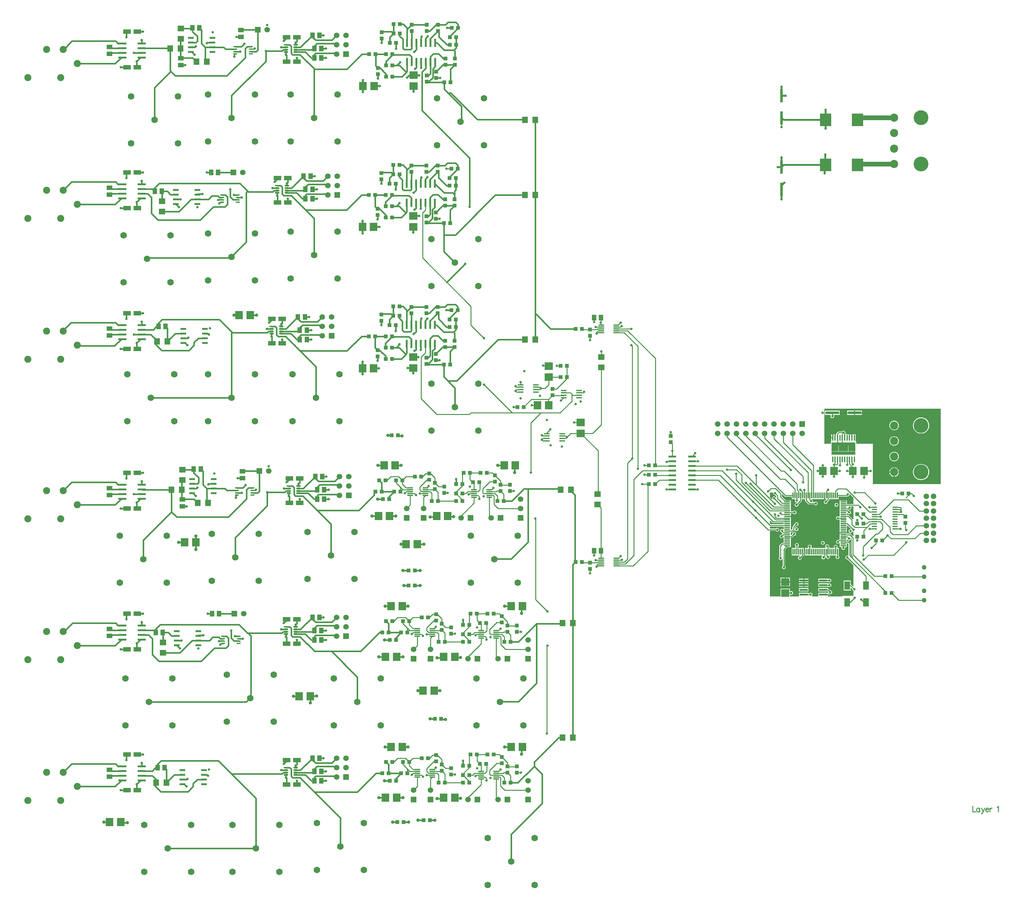
<source format=gtl>
%FSLAX24Y24*%
%MOIN*%
G70*
G01*
G75*
G04 Layer_Physical_Order=1*
G04 Layer_Color=255*
G36*
X102721Y76906D02*
X102761Y76879D01*
X102808Y76870D01*
X103509D01*
Y76607D01*
X103823D01*
X103846Y76563D01*
X103832Y76541D01*
X103817Y76465D01*
X103832Y76389D01*
X103875Y76325D01*
X103939Y76282D01*
X104015Y76267D01*
X104028Y76269D01*
X104046Y76236D01*
X104017Y76196D01*
X104000Y76199D01*
X103924Y76184D01*
X103859Y76141D01*
X103816Y76076D01*
X103801Y76000D01*
X103816Y75924D01*
X103859Y75859D01*
X103924Y75816D01*
X104000Y75801D01*
X104076Y75816D01*
X104141Y75859D01*
X104184Y75924D01*
X104199Y76000D01*
X104195Y76022D01*
X104512Y76339D01*
X104538Y76378D01*
X104548Y76425D01*
Y76607D01*
X104893D01*
Y76484D01*
X104903Y76437D01*
X104929Y76398D01*
X105263Y76063D01*
X105303Y76037D01*
X105350Y76028D01*
X105897D01*
X105909Y76009D01*
X105974Y75966D01*
X106050Y75951D01*
X106126Y75966D01*
X106191Y76009D01*
X106234Y76074D01*
X106249Y76150D01*
X106234Y76226D01*
X106191Y76291D01*
X106126Y76334D01*
X106050Y76349D01*
X105974Y76334D01*
X105909Y76291D01*
X105897Y76272D01*
X105752D01*
X105729Y76316D01*
X105734Y76324D01*
X105749Y76400D01*
X105734Y76476D01*
X105691Y76541D01*
X105626Y76584D01*
X105550Y76599D01*
X105558Y76607D01*
X106934D01*
Y76992D01*
X107034D01*
Y76607D01*
X107169D01*
X107188Y76561D01*
X107122Y76495D01*
X107100Y76499D01*
X107024Y76484D01*
X106959Y76441D01*
X106916Y76376D01*
X106901Y76300D01*
X106916Y76224D01*
X106959Y76159D01*
X107024Y76116D01*
X107100Y76101D01*
X107176Y76116D01*
X107241Y76159D01*
X107284Y76224D01*
X107299Y76300D01*
X107295Y76322D01*
X107464Y76491D01*
X107491Y76531D01*
X107500Y76578D01*
Y76607D01*
X108491D01*
Y76870D01*
X109342D01*
X109389Y76879D01*
X109428Y76905D01*
X109450Y76901D01*
X109526Y76916D01*
X109591Y76959D01*
X109634Y77024D01*
X109649Y77100D01*
X109646Y77113D01*
X109690Y77137D01*
X110050Y76777D01*
Y76091D01*
X109377D01*
Y76098D01*
Y76233D01*
Y76491D01*
X108607D01*
Y76233D01*
Y76036D01*
Y75839D01*
Y75643D01*
Y75446D01*
Y75249D01*
Y75052D01*
Y74855D01*
Y74732D01*
X108559Y74717D01*
X108550Y74731D01*
X108486Y74774D01*
X108409Y74789D01*
X108333Y74774D01*
X108269Y74731D01*
X108226Y74667D01*
X108211Y74591D01*
X108226Y74514D01*
X108269Y74450D01*
X108333Y74407D01*
X108409Y74392D01*
X108486Y74407D01*
X108550Y74450D01*
X108559Y74464D01*
X108607Y74449D01*
Y74265D01*
Y74068D01*
Y73871D01*
Y73674D01*
Y73477D01*
Y73280D01*
Y73084D01*
Y73066D01*
X109377D01*
Y73084D01*
Y73280D01*
Y73477D01*
Y73674D01*
Y73785D01*
X109423Y73804D01*
X109787Y73440D01*
X109763Y73396D01*
X109750Y73399D01*
X109674Y73384D01*
X109609Y73341D01*
X109566Y73276D01*
X109551Y73200D01*
X109566Y73124D01*
X109609Y73059D01*
X109674Y73016D01*
X109750Y73001D01*
X109826Y73016D01*
X109891Y73059D01*
X109934Y73124D01*
X109939Y73152D01*
X109974Y73166D01*
X110050Y73151D01*
Y72688D01*
X110004Y72669D01*
X109768Y72905D01*
X109728Y72932D01*
X109681Y72941D01*
X109377D01*
Y72948D01*
Y72966D01*
X108607D01*
Y72887D01*
Y72690D01*
Y72493D01*
Y72357D01*
Y72351D01*
X108578D01*
X108532Y72341D01*
X108492Y72315D01*
X108422Y72245D01*
X108400Y72249D01*
X108324Y72234D01*
X108259Y72191D01*
X108216Y72126D01*
X108201Y72050D01*
X108216Y71974D01*
X108259Y71909D01*
X108324Y71866D01*
X108400Y71851D01*
X108476Y71866D01*
X108541Y71909D01*
X108559Y71937D01*
X108607Y71923D01*
Y71902D01*
Y71706D01*
Y71509D01*
X108774D01*
X108806Y71470D01*
X108793Y71408D01*
X108808Y71332D01*
X108852Y71267D01*
X108916Y71224D01*
X108992Y71209D01*
X109068Y71224D01*
X109133Y71267D01*
X109176Y71332D01*
X109191Y71408D01*
X109176Y71484D01*
X109189Y71509D01*
X109377D01*
Y71706D01*
Y71902D01*
Y71909D01*
X109468D01*
X109528Y71849D01*
Y70602D01*
X109484Y70579D01*
X109476Y70584D01*
X109400Y70599D01*
X109324Y70584D01*
X109259Y70541D01*
X109216Y70476D01*
X109201Y70400D01*
X109216Y70324D01*
X109259Y70259D01*
X109324Y70216D01*
X109400Y70201D01*
X109422Y70205D01*
X110050Y69577D01*
Y67338D01*
X110004Y67319D01*
X109825Y67498D01*
X109786Y67524D01*
X109765Y67528D01*
Y67934D01*
X109035D01*
Y66888D01*
X109765D01*
Y67146D01*
X109811Y67165D01*
X109955Y67022D01*
X109951Y67000D01*
X109966Y66924D01*
X110009Y66859D01*
X110050Y66832D01*
Y66300D01*
X108900D01*
X108902Y66299D01*
X108894Y66250D01*
X107327D01*
Y66250D01*
Y66262D01*
X107327Y66285D01*
X107327D01*
D01*
Y66285D01*
D01*
X107327Y66328D01*
X107350D01*
X107397Y66337D01*
X107437Y66363D01*
X107578Y66505D01*
X107600Y66501D01*
X107676Y66516D01*
X107741Y66559D01*
X107784Y66624D01*
X107799Y66700D01*
X107784Y66776D01*
X107741Y66841D01*
X107676Y66884D01*
X107600Y66899D01*
X107578Y66895D01*
X107437Y67037D01*
X107397Y67063D01*
X107350Y67072D01*
X107327D01*
Y67138D01*
X106321D01*
Y66762D01*
X107327D01*
X107327Y66762D01*
Y66762D01*
X107354Y66773D01*
X107405Y66722D01*
X107401Y66700D01*
X107405Y66678D01*
X107354Y66627D01*
X107327Y66638D01*
Y66638D01*
X107327Y66638D01*
X106321D01*
Y66285D01*
X106321Y66285D01*
X106321D01*
X106321Y66262D01*
X106309Y66250D01*
X105638D01*
X105623Y66298D01*
X105641Y66309D01*
X105684Y66374D01*
X105699Y66450D01*
X105684Y66526D01*
X105641Y66591D01*
X105576Y66634D01*
X105500Y66649D01*
X105424Y66634D01*
X105359Y66591D01*
X105347Y66572D01*
X105279D01*
Y66638D01*
X104273D01*
Y66285D01*
X104273Y66285D01*
X104273D01*
X104273Y66262D01*
X104261Y66250D01*
X103303D01*
Y66414D01*
X103347Y66437D01*
X103364Y66426D01*
X103441Y66411D01*
X103517Y66426D01*
X103581Y66469D01*
X103624Y66533D01*
X103639Y66609D01*
X103624Y66686D01*
X103581Y66750D01*
X103517Y66793D01*
X103441Y66808D01*
X103364Y66793D01*
X103347Y66782D01*
X103303Y66805D01*
Y67073D01*
X102297D01*
Y66250D01*
X101150D01*
Y73228D01*
X101797D01*
X101809Y73209D01*
X101874Y73166D01*
X101950Y73151D01*
X102026Y73166D01*
X102091Y73209D01*
X102134Y73274D01*
X102149Y73350D01*
X102134Y73426D01*
X102091Y73491D01*
X102026Y73534D01*
X101950Y73549D01*
X101874Y73534D01*
X101809Y73491D01*
X101797Y73472D01*
X101150D01*
Y73651D01*
X101189Y73682D01*
X101197Y73681D01*
X102623D01*
Y73674D01*
Y73477D01*
Y73422D01*
X102579Y73398D01*
X102526Y73434D01*
X102450Y73449D01*
X102374Y73434D01*
X102309Y73391D01*
X102266Y73326D01*
X102251Y73250D01*
X102266Y73174D01*
X102309Y73109D01*
X102374Y73066D01*
X102420Y73057D01*
X102508Y72969D01*
X102503Y72919D01*
X102482Y72905D01*
X102422Y72845D01*
X102400Y72849D01*
X102324Y72834D01*
X102259Y72791D01*
X102216Y72726D01*
X102201Y72650D01*
X102216Y72574D01*
X102259Y72509D01*
X102324Y72466D01*
X102400Y72451D01*
X102476Y72466D01*
X102541Y72509D01*
X102575Y72561D01*
X102623Y72547D01*
Y72493D01*
Y72296D01*
Y72099D01*
Y71964D01*
Y71957D01*
X102485D01*
X102438Y71948D01*
X102398Y71921D01*
X102213Y71737D01*
X102187Y71697D01*
X102178Y71650D01*
Y70453D01*
X102159Y70441D01*
X102116Y70376D01*
X102101Y70300D01*
X102116Y70224D01*
X102159Y70159D01*
X102224Y70116D01*
X102300Y70101D01*
X102376Y70116D01*
X102441Y70159D01*
X102480Y70218D01*
X102528Y70204D01*
Y69503D01*
X102509Y69491D01*
X102466Y69426D01*
X102451Y69350D01*
X102466Y69274D01*
X102509Y69209D01*
X102574Y69166D01*
X102650Y69151D01*
X102726Y69166D01*
X102791Y69209D01*
X102834Y69274D01*
X102849Y69350D01*
X102834Y69426D01*
X102791Y69491D01*
X102772Y69503D01*
Y71229D01*
X103052Y71509D01*
X103393D01*
Y71706D01*
Y71902D01*
Y72099D01*
Y72296D01*
Y72493D01*
Y72500D01*
X103472D01*
X103519Y72509D01*
X103559Y72536D01*
X103728Y72705D01*
X103750Y72701D01*
X103826Y72716D01*
X103891Y72759D01*
X103934Y72824D01*
X103949Y72900D01*
X103934Y72976D01*
X103891Y73041D01*
X103826Y73084D01*
X103750Y73099D01*
X103674Y73084D01*
X103609Y73041D01*
X103566Y72976D01*
X103551Y72900D01*
X103555Y72878D01*
X103439Y72762D01*
X103393Y72781D01*
Y72887D01*
Y73084D01*
Y73090D01*
X103513D01*
X103559Y73100D01*
X103599Y73126D01*
X103781Y73308D01*
X103798Y73306D01*
X103853Y73269D01*
X103859Y73259D01*
X103924Y73216D01*
X104000Y73201D01*
X104076Y73216D01*
X104141Y73259D01*
X104184Y73324D01*
X104199Y73400D01*
X104184Y73476D01*
X104141Y73541D01*
X104076Y73584D01*
X104000Y73599D01*
X103924Y73584D01*
X103866Y73545D01*
X103822Y73569D01*
Y73599D01*
X103978Y73755D01*
X104000Y73751D01*
X104076Y73766D01*
X104141Y73809D01*
X104184Y73874D01*
X104199Y73950D01*
X104184Y74026D01*
X104141Y74091D01*
X104076Y74134D01*
X104000Y74149D01*
X103924Y74134D01*
X103859Y74091D01*
X103816Y74026D01*
X103801Y73950D01*
X103805Y73928D01*
X103613Y73737D01*
X103587Y73697D01*
X103578Y73650D01*
Y73451D01*
X103462Y73335D01*
X103393D01*
Y73342D01*
Y73477D01*
Y73674D01*
Y73871D01*
Y74068D01*
Y74265D01*
Y74461D01*
Y74658D01*
Y74737D01*
X103008D01*
Y74837D01*
X103393D01*
Y74855D01*
Y75052D01*
Y75060D01*
X103652Y75071D01*
X103659Y75059D01*
X103724Y75016D01*
X103800Y75001D01*
X103876Y75016D01*
X103941Y75059D01*
X103984Y75124D01*
X103999Y75200D01*
X103984Y75276D01*
X103941Y75341D01*
X103876Y75384D01*
X103800Y75399D01*
X103724Y75384D01*
X103659Y75341D01*
X103643Y75316D01*
X103429Y75306D01*
Y75306D01*
X103429D01*
X103422Y75313D01*
X103393Y75341D01*
Y75446D01*
Y75643D01*
Y75839D01*
Y76036D01*
Y76233D01*
Y76491D01*
X102832D01*
X102422Y76901D01*
Y77139D01*
X102469Y77158D01*
X102721Y76906D02*
G37*
G36*
X101503Y77261D02*
X101501Y77250D01*
X101516Y77174D01*
X101559Y77109D01*
X101624Y77066D01*
X101700Y77051D01*
X101722Y77055D01*
X101828Y76949D01*
Y76796D01*
X101780Y76782D01*
X101741Y76841D01*
X101676Y76884D01*
X101600Y76899D01*
X101524Y76884D01*
X101459Y76841D01*
X101416Y76776D01*
X101401Y76700D01*
X101416Y76624D01*
X101372Y76601D01*
X101150Y76823D01*
Y77300D01*
X101472D01*
X101503Y77261D02*
G37*
G36*
X110050Y74478D02*
X110002Y74463D01*
X109987Y74487D01*
X109599Y74874D01*
X109559Y74900D01*
X109513Y74910D01*
X109377D01*
Y74916D01*
Y75052D01*
Y75097D01*
X109425Y75111D01*
X109459Y75059D01*
X109524Y75016D01*
X109600Y75001D01*
X109676Y75016D01*
X109741Y75059D01*
X109784Y75124D01*
X109799Y75200D01*
X109784Y75276D01*
X109741Y75341D01*
X109676Y75384D01*
X109600Y75399D01*
X109578Y75395D01*
X109524Y75449D01*
X109525Y75452D01*
X109572Y75462D01*
X109611Y75488D01*
X109628Y75505D01*
X109650Y75501D01*
X109726Y75516D01*
X109791Y75559D01*
X109834Y75624D01*
X109849Y75700D01*
X109834Y75776D01*
X109791Y75841D01*
X109792Y75846D01*
X110050D01*
Y74478D02*
G37*
G36*
X109878Y72449D02*
Y70700D01*
X109887Y70653D01*
X109913Y70613D01*
X110045Y70481D01*
X110036Y70432D01*
X110004Y70419D01*
X109772Y70651D01*
Y71900D01*
X109763Y71947D01*
X109737Y71987D01*
X109605Y72118D01*
X109565Y72145D01*
X109518Y72154D01*
X109377D01*
Y72161D01*
Y72296D01*
Y72297D01*
X109425Y72311D01*
X109459Y72259D01*
X109524Y72216D01*
X109600Y72201D01*
X109676Y72216D01*
X109741Y72259D01*
X109784Y72324D01*
X109799Y72400D01*
X109784Y72476D01*
X109828Y72499D01*
X109878Y72449D02*
G37*
G36*
X101417Y74110D02*
X101440Y74094D01*
X101456Y74084D01*
X101503Y74075D01*
X102623D01*
Y74068D01*
Y73932D01*
Y73926D01*
X101248D01*
X101150Y74023D01*
Y74312D01*
X101196Y74331D01*
X101417Y74110D02*
G37*
G36*
X119378Y78200D02*
X112118D01*
Y82500D01*
X110350D01*
Y82740D01*
X110295D01*
Y82780D01*
X110295D01*
Y83520D01*
X109944D01*
Y83150D01*
X109844D01*
Y83520D01*
X109688D01*
Y83150D01*
X109588D01*
Y83520D01*
X109248D01*
Y83574D01*
X109239Y83621D01*
X109213Y83661D01*
X109195Y83678D01*
X109199Y83700D01*
X109184Y83776D01*
X109141Y83841D01*
X109076Y83884D01*
X109000Y83899D01*
X108924Y83884D01*
X108859Y83841D01*
X108847Y83822D01*
X108500D01*
X108453Y83813D01*
X108413Y83787D01*
X108271Y83645D01*
X108245Y83605D01*
X108236Y83558D01*
Y83520D01*
X108152D01*
Y83150D01*
X108052D01*
Y83520D01*
X107896D01*
Y83150D01*
X107846D01*
Y83100D01*
X107701D01*
Y82780D01*
D01*
Y82780D01*
X107661Y82740D01*
X107650D01*
Y82500D01*
X106950D01*
Y85678D01*
X107040D01*
Y85573D01*
X107615D01*
X107644Y85520D01*
X107635Y85507D01*
X107620Y85431D01*
X107635Y85355D01*
X107678Y85291D01*
X107743Y85247D01*
X107819Y85232D01*
X107895Y85247D01*
X107959Y85291D01*
X108003Y85355D01*
X108018Y85431D01*
X108003Y85507D01*
X107959Y85572D01*
X107960Y85573D01*
X108598D01*
Y86027D01*
X107040D01*
Y85922D01*
X106950D01*
Y86250D01*
X119378D01*
Y78200D02*
G37*
%LPC*%
G36*
X103303Y68254D02*
X102850D01*
Y67841D01*
X103303D01*
Y68254D02*
G37*
G36*
X102750D02*
X102297D01*
Y67841D01*
X102750D01*
Y68254D02*
G37*
G36*
X105279Y67900D02*
X104826D01*
Y67762D01*
X105279D01*
Y67900D02*
G37*
G36*
X107500Y68149D02*
X107424Y68134D01*
X107371Y68098D01*
X107327Y68122D01*
Y68138D01*
X106321D01*
Y67762D01*
X107327D01*
Y67778D01*
X107371Y67802D01*
X107424Y67766D01*
X107500Y67751D01*
X107576Y67766D01*
X107641Y67809D01*
X107684Y67874D01*
X107699Y67950D01*
X107684Y68026D01*
X107641Y68091D01*
X107576Y68134D01*
X107500Y68149D02*
G37*
G36*
X104031Y71930D02*
X103955Y71915D01*
X103891Y71872D01*
X103848Y71808D01*
X103833Y71732D01*
X103848Y71655D01*
X103891Y71591D01*
X103909Y71579D01*
Y71393D01*
X103509D01*
Y70623D01*
X104385D01*
X104401Y70584D01*
X104369Y70545D01*
X104350Y70549D01*
X104274Y70534D01*
X104209Y70491D01*
X104166Y70426D01*
X104151Y70350D01*
X104166Y70274D01*
X104209Y70209D01*
X104274Y70166D01*
X104350Y70151D01*
X104426Y70166D01*
X104491Y70209D01*
X104534Y70274D01*
X104549Y70350D01*
X104545Y70372D01*
X104709Y70536D01*
X104735Y70575D01*
X104744Y70622D01*
Y70623D01*
X104769D01*
Y71008D01*
Y71393D01*
X104154D01*
Y71579D01*
X104172Y71591D01*
X104215Y71655D01*
X104230Y71732D01*
X104215Y71808D01*
X104172Y71872D01*
X104108Y71915D01*
X104031Y71930D02*
G37*
G36*
X104726Y68138D02*
X104273D01*
Y68000D01*
X104726D01*
Y68138D02*
G37*
G36*
X105279D02*
X104826D01*
Y68000D01*
X105279D01*
Y68138D02*
G37*
G36*
X104726Y67900D02*
X104273D01*
Y67762D01*
X104726D01*
Y67900D02*
G37*
G36*
X105279Y67400D02*
X104826D01*
Y67262D01*
X105279D01*
Y67400D02*
G37*
G36*
X102750Y67741D02*
X102297D01*
Y67327D01*
X102750D01*
Y67741D02*
G37*
G36*
X105279Y67138D02*
X104273D01*
Y66762D01*
X105279D01*
Y67138D02*
G37*
G36*
X104726Y67400D02*
X104273D01*
Y67262D01*
X104726D01*
Y67400D02*
G37*
G36*
X105279Y67638D02*
X104826D01*
Y67500D01*
X105279D01*
Y67638D02*
G37*
G36*
X107500Y67649D02*
X107424Y67634D01*
X107371Y67598D01*
X107327Y67622D01*
Y67638D01*
X106321D01*
Y67262D01*
X107327D01*
Y67278D01*
X107371Y67302D01*
X107424Y67266D01*
X107500Y67251D01*
X107576Y67266D01*
X107641Y67309D01*
X107684Y67374D01*
X107699Y67450D01*
X107684Y67526D01*
X107641Y67591D01*
X107576Y67634D01*
X107500Y67649D02*
G37*
G36*
X103303Y67741D02*
X102850D01*
Y67327D01*
X103303D01*
Y67741D02*
G37*
G36*
X104726Y67638D02*
X104273D01*
Y67500D01*
X104726D01*
Y67638D02*
G37*
G36*
X107250Y71799D02*
X107174Y71784D01*
X107109Y71741D01*
X107066Y71676D01*
X107051Y71600D01*
X107066Y71524D01*
X107109Y71459D01*
X107137Y71441D01*
X107123Y71393D01*
X105586D01*
X105562Y71437D01*
X105593Y71483D01*
X105608Y71559D01*
X105593Y71636D01*
X105550Y71700D01*
X105486Y71743D01*
X105409Y71758D01*
X105333Y71743D01*
X105269Y71700D01*
X105226Y71636D01*
X105211Y71559D01*
X105226Y71483D01*
X105257Y71437D01*
X105233Y71393D01*
X104869D01*
Y71008D01*
Y70623D01*
X106747D01*
X106761Y70575D01*
X106709Y70541D01*
X106666Y70476D01*
X106651Y70400D01*
X106666Y70324D01*
X106709Y70259D01*
X106774Y70216D01*
X106850Y70201D01*
X106926Y70216D01*
X106991Y70259D01*
X107034Y70324D01*
X107049Y70400D01*
X107045Y70422D01*
X107071Y70448D01*
X107092Y70480D01*
X107142Y70485D01*
D01*
X107151Y70450D01*
D01*
X107166Y70374D01*
X107209Y70309D01*
X107274Y70266D01*
X107350Y70251D01*
X107426Y70266D01*
X107491Y70309D01*
X107534Y70374D01*
X107549Y70450D01*
X107534Y70526D01*
X107491Y70591D01*
X107500Y70623D01*
X108192D01*
X108222Y70578D01*
X108179Y70514D01*
X108163Y70438D01*
X108179Y70362D01*
X108222Y70297D01*
X108286Y70254D01*
X108362Y70239D01*
X108438Y70254D01*
X108503Y70297D01*
X108546Y70362D01*
X108561Y70438D01*
X108546Y70514D01*
X108503Y70578D01*
X108485Y70591D01*
Y70623D01*
X108491D01*
Y71393D01*
X108358D01*
X108335Y71437D01*
X108349Y71459D01*
X108364Y71535D01*
X108349Y71611D01*
X108306Y71675D01*
X108241Y71718D01*
X108165Y71733D01*
X108089Y71718D01*
X108025Y71675D01*
X107982Y71611D01*
X107967Y71535D01*
X107982Y71459D01*
X107996Y71437D01*
X107973Y71393D01*
X107500D01*
Y71522D01*
X107491Y71569D01*
X107464Y71609D01*
X107443Y71630D01*
X107434Y71676D01*
X107391Y71741D01*
X107326Y71784D01*
X107250Y71799D02*
G37*
G36*
X114450Y79994D02*
Y79543D01*
X114901D01*
X114890Y79624D01*
X114839Y79747D01*
X114759Y79852D01*
X114654Y79932D01*
X114531Y79983D01*
X114450Y79994D02*
G37*
G36*
X114400Y81654D02*
X114269Y81637D01*
X114146Y81586D01*
X114041Y81505D01*
X113961Y81400D01*
X113910Y81278D01*
X113893Y81146D01*
X113910Y81015D01*
X113961Y80893D01*
X114041Y80788D01*
X114146Y80707D01*
X114269Y80656D01*
X114400Y80639D01*
X114531Y80656D01*
X114654Y80707D01*
X114759Y80788D01*
X114839Y80893D01*
X114890Y81015D01*
X114907Y81146D01*
X114890Y81278D01*
X114839Y81400D01*
X114759Y81505D01*
X114654Y81586D01*
X114531Y81637D01*
X114400Y81654D02*
G37*
G36*
X114901Y79443D02*
X114450D01*
Y78992D01*
X114531Y79003D01*
X114654Y79053D01*
X114759Y79134D01*
X114839Y79239D01*
X114890Y79362D01*
X114901Y79443D02*
G37*
G36*
X114350Y79994D02*
X114269Y79983D01*
X114146Y79932D01*
X114041Y79852D01*
X113961Y79747D01*
X113910Y79624D01*
X113899Y79543D01*
X114350D01*
Y79994D02*
G37*
G36*
X117274Y85315D02*
X117106Y85299D01*
X116944Y85250D01*
X116795Y85170D01*
X116665Y85063D01*
X116558Y84932D01*
X116478Y84783D01*
X116429Y84622D01*
X116412Y84454D01*
X116429Y84285D01*
X116478Y84124D01*
X116558Y83975D01*
X116665Y83844D01*
X116795Y83737D01*
X116944Y83658D01*
X117106Y83609D01*
X117274Y83592D01*
X117442Y83609D01*
X117604Y83658D01*
X117753Y83737D01*
X117883Y83844D01*
X117990Y83975D01*
X118070Y84124D01*
X118119Y84285D01*
X118136Y84454D01*
X118119Y84622D01*
X118070Y84783D01*
X117990Y84932D01*
X117883Y85063D01*
X117753Y85170D01*
X117604Y85250D01*
X117442Y85299D01*
X117274Y85315D02*
G37*
G36*
X114400Y84961D02*
X114269Y84944D01*
X114146Y84893D01*
X114041Y84812D01*
X113961Y84707D01*
X113910Y84585D01*
X113893Y84454D01*
X113910Y84322D01*
X113961Y84200D01*
X114041Y84095D01*
X114146Y84014D01*
X114269Y83963D01*
X114400Y83946D01*
X114531Y83963D01*
X114654Y84014D01*
X114759Y84095D01*
X114839Y84200D01*
X114890Y84322D01*
X114907Y84454D01*
X114890Y84585D01*
X114839Y84707D01*
X114759Y84812D01*
X114654Y84893D01*
X114531Y84944D01*
X114400Y84961D02*
G37*
G36*
Y83307D02*
X114269Y83290D01*
X114146Y83239D01*
X114041Y83159D01*
X113961Y83054D01*
X113910Y82931D01*
X113893Y82800D01*
X113910Y82669D01*
X113961Y82546D01*
X114041Y82441D01*
X114146Y82361D01*
X114269Y82310D01*
X114400Y82293D01*
X114531Y82310D01*
X114654Y82361D01*
X114759Y82441D01*
X114839Y82546D01*
X114890Y82669D01*
X114907Y82800D01*
X114890Y82931D01*
X114839Y83054D01*
X114759Y83159D01*
X114654Y83239D01*
X114531Y83290D01*
X114400Y83307D02*
G37*
G36*
X107796Y83520D02*
X107701D01*
Y83200D01*
X107796D01*
Y83520D02*
G37*
G36*
X110131Y86027D02*
X109402D01*
Y85850D01*
X110131D01*
Y86027D02*
G37*
G36*
X110960Y85750D02*
X110231D01*
Y85573D01*
X110960D01*
Y85750D02*
G37*
G36*
X106800Y72149D02*
X106724Y72134D01*
X106659Y72091D01*
X106616Y72026D01*
X106601Y71950D01*
X106616Y71874D01*
X106659Y71809D01*
X106724Y71766D01*
X106800Y71751D01*
X106876Y71766D01*
X106941Y71809D01*
X106984Y71874D01*
X106999Y71950D01*
X106984Y72026D01*
X106941Y72091D01*
X106876Y72134D01*
X106800Y72149D02*
G37*
G36*
X110960Y86027D02*
X110231D01*
Y85850D01*
X110960D01*
Y86027D02*
G37*
G36*
X117274Y80354D02*
X117106Y80338D01*
X116944Y80289D01*
X116795Y80209D01*
X116665Y80102D01*
X116558Y79972D01*
X116478Y79823D01*
X116429Y79661D01*
X116412Y79493D01*
X116429Y79325D01*
X116478Y79163D01*
X116558Y79014D01*
X116665Y78884D01*
X116795Y78777D01*
X116944Y78697D01*
X117106Y78648D01*
X117274Y78631D01*
X117442Y78648D01*
X117604Y78697D01*
X117753Y78777D01*
X117883Y78884D01*
X117990Y79014D01*
X118070Y79163D01*
X118119Y79325D01*
X118136Y79493D01*
X118119Y79661D01*
X118070Y79823D01*
X117990Y79972D01*
X117883Y80102D01*
X117753Y80209D01*
X117604Y80289D01*
X117442Y80338D01*
X117274Y80354D02*
G37*
G36*
X114350Y79443D02*
X113899D01*
X113910Y79362D01*
X113961Y79239D01*
X114041Y79134D01*
X114146Y79053D01*
X114269Y79003D01*
X114350Y78992D01*
Y79443D02*
G37*
G36*
X108250Y76199D02*
X108174Y76184D01*
X108109Y76141D01*
X108066Y76076D01*
X108051Y76000D01*
X108066Y75924D01*
X108109Y75859D01*
X108174Y75816D01*
X108250Y75801D01*
X108326Y75816D01*
X108391Y75859D01*
X108434Y75924D01*
X108449Y76000D01*
X108434Y76076D01*
X108391Y76141D01*
X108326Y76184D01*
X108250Y76199D02*
G37*
G36*
X110131Y85750D02*
X109402D01*
Y85573D01*
X110131D01*
Y85750D02*
G37*
%LPD*%
%ADD10R,0.0591X0.0906*%
%ADD11R,0.0787X0.0866*%
%ADD12R,0.0866X0.0787*%
%ADD13R,0.0394X0.0433*%
%ADD14R,0.0433X0.0394*%
%ADD15R,0.0236X0.0866*%
%ADD16O,0.0480X0.0169*%
%ADD17R,0.0480X0.0169*%
%ADD18R,0.0787X0.0472*%
%ADD19R,0.0512X0.0591*%
%ADD20R,0.0866X0.0236*%
%ADD21R,0.0866X0.0236*%
%ADD22R,0.0591X0.0512*%
%ADD23R,0.0630X0.0709*%
%ADD24R,0.0610X0.0236*%
%ADD25R,0.0409X0.0150*%
%ADD26O,0.0409X0.0150*%
%ADD27R,0.0709X0.0630*%
%ADD28R,0.0630X0.0118*%
%ADD29R,0.0630X0.0118*%
%ADD30R,0.1417X0.0315*%
%ADD31R,0.1240X0.1360*%
%ADD32R,0.0315X0.1417*%
%ADD33R,0.0610X0.0157*%
%ADD34R,0.0591X0.0138*%
%ADD35R,0.0571X0.0118*%
%ADD36R,0.0118X0.0630*%
%ADD37R,0.0807X0.0236*%
%ADD38R,0.0150X0.0600*%
%ADD39R,0.1010X0.0620*%
%ADD40R,0.2560X0.0360*%
%ADD41R,0.0775X0.0620*%
%ADD42C,0.0160*%
%ADD43C,0.0100*%
%ADD44C,0.0200*%
%ADD45C,0.0500*%
%ADD46C,0.0591*%
%ADD47R,0.0591X0.0591*%
%ADD48C,0.0866*%
%ADD49C,0.1575*%
%ADD50C,0.0700*%
%ADD51C,0.0750*%
%ADD52C,0.0500*%
%ADD53C,0.0200*%
%ADD54C,0.0350*%
%ADD55C,0.0250*%
D10*
X109400Y65600D02*
D03*
X111400D02*
D03*
X109400Y67411D02*
D03*
X111400D02*
D03*
D11*
X57759Y105600D02*
D03*
X58941D02*
D03*
X57759Y90550D02*
D03*
X58941D02*
D03*
X57809Y120600D02*
D03*
X58991D02*
D03*
X31991Y42200D02*
D03*
X30809D02*
D03*
X51009Y55600D02*
D03*
X52191D02*
D03*
X64209Y56200D02*
D03*
X65391D02*
D03*
X38809Y72000D02*
D03*
X39991D02*
D03*
X44609Y96200D02*
D03*
X45791D02*
D03*
X62409Y71800D02*
D03*
X63591D02*
D03*
X111191Y79600D02*
D03*
X110009D02*
D03*
X106809D02*
D03*
X107991D02*
D03*
X76409Y86600D02*
D03*
X77591D02*
D03*
X67591Y44800D02*
D03*
X66409D02*
D03*
X67591Y59800D02*
D03*
X66409D02*
D03*
X66841Y74800D02*
D03*
X65659D02*
D03*
X74791Y50200D02*
D03*
X73609D02*
D03*
X74791Y65200D02*
D03*
X73609D02*
D03*
X74041Y80200D02*
D03*
X72859D02*
D03*
X61391Y44800D02*
D03*
X60209D02*
D03*
X61391Y59800D02*
D03*
X60209D02*
D03*
X60641Y74800D02*
D03*
X59459D02*
D03*
X60809Y50200D02*
D03*
X61991D02*
D03*
X60809Y65200D02*
D03*
X61991D02*
D03*
X61241Y80200D02*
D03*
X60059D02*
D03*
D12*
X63150Y105609D02*
D03*
Y106791D02*
D03*
Y90559D02*
D03*
Y91741D02*
D03*
X63200Y120609D02*
D03*
Y121791D02*
D03*
X102800Y66609D02*
D03*
Y67791D02*
D03*
X77600Y90791D02*
D03*
Y89609D02*
D03*
X81000Y84791D02*
D03*
Y83609D02*
D03*
D13*
X64550Y96415D02*
D03*
Y97085D02*
D03*
X59350Y107535D02*
D03*
Y106865D02*
D03*
X82000Y94685D02*
D03*
Y94015D02*
D03*
X62950Y111465D02*
D03*
Y112135D02*
D03*
X64550Y106735D02*
D03*
Y106065D02*
D03*
X65750Y111465D02*
D03*
Y112135D02*
D03*
X64550Y111465D02*
D03*
Y112135D02*
D03*
X66550Y108535D02*
D03*
Y107865D02*
D03*
X67550D02*
D03*
Y108535D02*
D03*
X59750Y111335D02*
D03*
Y110665D02*
D03*
X65550Y107135D02*
D03*
Y106465D02*
D03*
X78000Y88335D02*
D03*
Y87665D02*
D03*
X115600Y74065D02*
D03*
Y74735D02*
D03*
X90600Y83335D02*
D03*
Y82665D02*
D03*
X82000Y69835D02*
D03*
X66600Y122865D02*
D03*
X67600D02*
D03*
X65600Y122135D02*
D03*
X66550Y92815D02*
D03*
X67550D02*
D03*
X65550Y92085D02*
D03*
X65800Y127135D02*
D03*
X64600Y126465D02*
D03*
X65750Y97085D02*
D03*
X59800Y126335D02*
D03*
X59750Y96285D02*
D03*
X59400Y122535D02*
D03*
X59350Y92485D02*
D03*
X66600Y123535D02*
D03*
X64600Y121735D02*
D03*
Y121065D02*
D03*
X66550Y93485D02*
D03*
X64550Y91685D02*
D03*
Y91015D02*
D03*
X65800Y126465D02*
D03*
X67600Y123535D02*
D03*
X65750Y96415D02*
D03*
X67550Y93485D02*
D03*
X63000Y126465D02*
D03*
X64600Y127135D02*
D03*
X63000D02*
D03*
X62950Y96415D02*
D03*
Y97085D02*
D03*
X82000Y69165D02*
D03*
X65600Y121465D02*
D03*
X65550Y91415D02*
D03*
X59800Y125665D02*
D03*
X59750Y95615D02*
D03*
X59400Y121865D02*
D03*
X59350Y91815D02*
D03*
X72600Y48465D02*
D03*
Y49135D02*
D03*
Y63465D02*
D03*
Y64135D02*
D03*
X71850Y78465D02*
D03*
Y79135D02*
D03*
X65600Y48665D02*
D03*
Y49335D02*
D03*
Y63665D02*
D03*
Y64335D02*
D03*
X64850Y78665D02*
D03*
Y79335D02*
D03*
X73200Y48135D02*
D03*
Y47465D02*
D03*
Y63135D02*
D03*
Y62465D02*
D03*
X72450Y78135D02*
D03*
Y77465D02*
D03*
X66200Y48335D02*
D03*
Y47665D02*
D03*
Y63335D02*
D03*
Y62665D02*
D03*
X65450Y78335D02*
D03*
Y77665D02*
D03*
X74200Y48135D02*
D03*
Y47465D02*
D03*
Y63135D02*
D03*
Y62465D02*
D03*
X73450Y78135D02*
D03*
Y77465D02*
D03*
X67200Y47935D02*
D03*
Y47265D02*
D03*
Y62935D02*
D03*
Y62265D02*
D03*
X66450Y77935D02*
D03*
Y77265D02*
D03*
D14*
X60265Y122800D02*
D03*
X60935D02*
D03*
X59085Y109000D02*
D03*
X58415D02*
D03*
X81135Y94750D02*
D03*
X80465D02*
D03*
X60215Y106600D02*
D03*
X60885D02*
D03*
X61015Y112200D02*
D03*
X61685D02*
D03*
X67015Y110800D02*
D03*
X67685D02*
D03*
X67085Y106000D02*
D03*
X66415D02*
D03*
X60215Y107800D02*
D03*
X60885D02*
D03*
X67015Y110000D02*
D03*
X67685D02*
D03*
X60885Y109000D02*
D03*
X60215D02*
D03*
X61685Y111200D02*
D03*
X61015D02*
D03*
X60615Y110200D02*
D03*
X61285D02*
D03*
X61535Y83400D02*
D03*
X60865D02*
D03*
X66135Y53200D02*
D03*
X65465D02*
D03*
X78865Y89600D02*
D03*
X79535D02*
D03*
Y90800D02*
D03*
X78865D02*
D03*
X74265Y86400D02*
D03*
X74935D02*
D03*
X115265Y77200D02*
D03*
X115935D02*
D03*
X112465Y72200D02*
D03*
X113135D02*
D03*
X110465Y75000D02*
D03*
X111135D02*
D03*
X110465Y72600D02*
D03*
X111135D02*
D03*
X110465Y74000D02*
D03*
X111135D02*
D03*
X88935Y80200D02*
D03*
X88265D02*
D03*
X88935Y79200D02*
D03*
X88265D02*
D03*
X88935Y78200D02*
D03*
X88265D02*
D03*
X114135Y68400D02*
D03*
X113465D02*
D03*
X114135Y66600D02*
D03*
X113465D02*
D03*
X80465Y69900D02*
D03*
X58415Y93950D02*
D03*
X58465Y124000D02*
D03*
X81135Y69900D02*
D03*
X67135Y121000D02*
D03*
X67085Y90950D02*
D03*
X67065Y125800D02*
D03*
X67015Y95750D02*
D03*
X67885Y96750D02*
D03*
X61065Y126200D02*
D03*
X60665Y125200D02*
D03*
X61065Y127200D02*
D03*
X61015Y96150D02*
D03*
X60615Y95150D02*
D03*
X61015Y97150D02*
D03*
X60265Y124000D02*
D03*
X59135D02*
D03*
X60265Y121600D02*
D03*
X60215Y93950D02*
D03*
X59085D02*
D03*
X60215Y91550D02*
D03*
X66465Y121000D02*
D03*
X66415Y90950D02*
D03*
X67065Y125000D02*
D03*
X67735Y125800D02*
D03*
Y125000D02*
D03*
X67015Y94950D02*
D03*
X67685Y95750D02*
D03*
Y94950D02*
D03*
X61735Y126200D02*
D03*
Y127200D02*
D03*
X61685Y96150D02*
D03*
Y97150D02*
D03*
X60935Y124000D02*
D03*
X61335Y125200D02*
D03*
X60935Y121600D02*
D03*
X60885Y93950D02*
D03*
X60215Y92750D02*
D03*
X61285Y95150D02*
D03*
X60885Y91550D02*
D03*
Y92750D02*
D03*
X62665Y67400D02*
D03*
X64265Y42400D02*
D03*
X63335Y69000D02*
D03*
X62135Y42200D02*
D03*
X63335Y67400D02*
D03*
X64935Y42400D02*
D03*
X62665Y69000D02*
D03*
X61465Y42200D02*
D03*
X67215Y96750D02*
D03*
X71735Y49400D02*
D03*
X71065D02*
D03*
X71735Y64400D02*
D03*
X71065D02*
D03*
X70985Y79400D02*
D03*
X70315D02*
D03*
X69135Y47200D02*
D03*
X68465D02*
D03*
X69135Y62200D02*
D03*
X68465D02*
D03*
X68385Y77200D02*
D03*
X67715D02*
D03*
X69135Y46400D02*
D03*
X68465D02*
D03*
X69135Y61400D02*
D03*
X68465D02*
D03*
X68385Y76400D02*
D03*
X67715D02*
D03*
X64735Y49000D02*
D03*
X64065D02*
D03*
X64735Y64000D02*
D03*
X64065D02*
D03*
X63985Y79000D02*
D03*
X63315D02*
D03*
X62535Y47400D02*
D03*
X61865D02*
D03*
X62535Y62400D02*
D03*
X61865D02*
D03*
X61785Y77400D02*
D03*
X61115D02*
D03*
X60535Y47400D02*
D03*
X59865D02*
D03*
X60535Y62400D02*
D03*
X59865D02*
D03*
X59785Y77400D02*
D03*
X59115D02*
D03*
X69265Y49400D02*
D03*
X69935D02*
D03*
X69265Y64400D02*
D03*
X69935D02*
D03*
X68515Y79400D02*
D03*
X69185D02*
D03*
X60265Y48600D02*
D03*
X60935D02*
D03*
X60265Y63600D02*
D03*
X60935D02*
D03*
X59515Y78600D02*
D03*
X60185D02*
D03*
X69135Y48200D02*
D03*
X68465D02*
D03*
X69135Y63200D02*
D03*
X68465D02*
D03*
X68385Y78200D02*
D03*
X67715D02*
D03*
X61335Y46600D02*
D03*
X60665D02*
D03*
X61335Y61600D02*
D03*
X60665D02*
D03*
X60585Y76600D02*
D03*
X59915D02*
D03*
X72865Y46400D02*
D03*
X73535D02*
D03*
X72865Y61400D02*
D03*
X73535D02*
D03*
X72115Y76400D02*
D03*
X72785D02*
D03*
X70935Y48400D02*
D03*
X70265D02*
D03*
X70935Y63400D02*
D03*
X70265D02*
D03*
X70185Y78400D02*
D03*
X69515D02*
D03*
X65865Y46400D02*
D03*
X66535D02*
D03*
X65865Y61400D02*
D03*
X66535D02*
D03*
X65115Y76400D02*
D03*
X65785D02*
D03*
X62065Y48600D02*
D03*
X62735D02*
D03*
X62065Y63600D02*
D03*
X62735D02*
D03*
X61315Y78600D02*
D03*
X61985D02*
D03*
X67265Y126800D02*
D03*
X67935D02*
D03*
X67215Y111800D02*
D03*
X67885D02*
D03*
D15*
X65500Y123176D02*
D03*
X65000D02*
D03*
X64500D02*
D03*
X65450Y110224D02*
D03*
X64950D02*
D03*
X64450D02*
D03*
X63950D02*
D03*
X63450D02*
D03*
X62950D02*
D03*
X62450D02*
D03*
X65450Y108176D02*
D03*
X64950D02*
D03*
X64450D02*
D03*
X63950D02*
D03*
X63450D02*
D03*
X62950D02*
D03*
X62450D02*
D03*
X65000Y125224D02*
D03*
X65500D02*
D03*
X64950Y95174D02*
D03*
X65450D02*
D03*
X63000Y125224D02*
D03*
X62500D02*
D03*
X62950Y95174D02*
D03*
X62450D02*
D03*
X63000Y123176D02*
D03*
X62500D02*
D03*
X62950Y93126D02*
D03*
X62450D02*
D03*
X64000Y125224D02*
D03*
X63950Y95174D02*
D03*
X64000Y123176D02*
D03*
X63950Y93126D02*
D03*
X63500Y125224D02*
D03*
X64500D02*
D03*
X63500Y123176D02*
D03*
X63450Y95174D02*
D03*
X64450D02*
D03*
X63450Y93126D02*
D03*
X65450D02*
D03*
X64950D02*
D03*
X64450D02*
D03*
D16*
X49682Y109232D02*
D03*
Y109488D02*
D03*
Y109744D02*
D03*
Y110000D02*
D03*
X48650Y109232D02*
D03*
Y109488D02*
D03*
Y109744D02*
D03*
X50932Y77744D02*
D03*
Y77488D02*
D03*
Y77232D02*
D03*
X50631Y47744D02*
D03*
Y47488D02*
D03*
Y47232D02*
D03*
Y62744D02*
D03*
Y62488D02*
D03*
Y62232D02*
D03*
Y124744D02*
D03*
Y124488D02*
D03*
Y124232D02*
D03*
X49082Y94744D02*
D03*
Y94488D02*
D03*
Y94232D02*
D03*
X49600Y47488D02*
D03*
Y62488D02*
D03*
X49900Y77488D02*
D03*
X48050Y94488D02*
D03*
X49600Y124488D02*
D03*
X49900Y77232D02*
D03*
X49600Y47232D02*
D03*
Y62232D02*
D03*
Y124232D02*
D03*
X48050Y94232D02*
D03*
X50932Y78000D02*
D03*
X50631Y48000D02*
D03*
Y63000D02*
D03*
Y125000D02*
D03*
X49082Y95000D02*
D03*
X49900Y77744D02*
D03*
X49600Y47744D02*
D03*
Y62744D02*
D03*
Y124744D02*
D03*
X48050Y94744D02*
D03*
D17*
X48650Y110000D02*
D03*
X49600Y48000D02*
D03*
Y63000D02*
D03*
X49900Y78000D02*
D03*
X48050Y95000D02*
D03*
X49600Y125000D02*
D03*
D18*
X48699Y110800D02*
D03*
X49801D02*
D03*
X48699Y108200D02*
D03*
X49801D02*
D03*
X32649Y111400D02*
D03*
X33751D02*
D03*
Y107600D02*
D03*
X32649D02*
D03*
X49949Y76200D02*
D03*
X49649Y46200D02*
D03*
Y61200D02*
D03*
Y123200D02*
D03*
X48099Y93200D02*
D03*
X33751Y45600D02*
D03*
Y75600D02*
D03*
Y60600D02*
D03*
Y92600D02*
D03*
Y122600D02*
D03*
X51051Y78800D02*
D03*
X50751Y48800D02*
D03*
Y63800D02*
D03*
Y125800D02*
D03*
X49201Y95800D02*
D03*
X33751Y49400D02*
D03*
Y79400D02*
D03*
Y64400D02*
D03*
Y96400D02*
D03*
Y126400D02*
D03*
X51051Y76200D02*
D03*
X50751Y46200D02*
D03*
Y61200D02*
D03*
Y123200D02*
D03*
X49201Y93200D02*
D03*
X49949Y78800D02*
D03*
X49649Y48800D02*
D03*
Y63800D02*
D03*
Y125800D02*
D03*
X48099Y95800D02*
D03*
X32649Y45600D02*
D03*
Y75600D02*
D03*
Y60600D02*
D03*
Y92600D02*
D03*
Y122600D02*
D03*
Y49400D02*
D03*
Y79400D02*
D03*
Y64400D02*
D03*
Y96400D02*
D03*
Y126400D02*
D03*
D19*
X52224Y111000D02*
D03*
X51476D02*
D03*
X52424Y109600D02*
D03*
X51676D02*
D03*
X52424Y108600D02*
D03*
X51676D02*
D03*
X36774Y95000D02*
D03*
X36026D02*
D03*
X36374Y109400D02*
D03*
X35626D02*
D03*
X42374Y111400D02*
D03*
X41626D02*
D03*
X39626Y126800D02*
D03*
X40374D02*
D03*
X83174Y95950D02*
D03*
X82426D02*
D03*
X52726Y79000D02*
D03*
X52926Y77600D02*
D03*
Y76600D02*
D03*
X52426Y49000D02*
D03*
X52626Y47600D02*
D03*
Y46600D02*
D03*
X52426Y64000D02*
D03*
X52626Y62600D02*
D03*
Y61600D02*
D03*
X52426Y126000D02*
D03*
X52626Y124600D02*
D03*
Y123600D02*
D03*
X50876Y96000D02*
D03*
X51076Y94600D02*
D03*
Y93600D02*
D03*
X42474Y64400D02*
D03*
X35926Y48000D02*
D03*
X35726Y62400D02*
D03*
X36674Y48000D02*
D03*
X36474Y62400D02*
D03*
X39776Y79800D02*
D03*
X40524D02*
D03*
X83174Y71100D02*
D03*
X53474Y79000D02*
D03*
X53174Y49000D02*
D03*
Y64000D02*
D03*
Y126000D02*
D03*
X51624Y96000D02*
D03*
X53674Y77600D02*
D03*
X53374Y47600D02*
D03*
Y62600D02*
D03*
Y124600D02*
D03*
X51824Y94600D02*
D03*
X53674Y76600D02*
D03*
X53374Y46600D02*
D03*
Y61600D02*
D03*
Y123600D02*
D03*
X51824Y93600D02*
D03*
X41726Y64400D02*
D03*
X82426Y71100D02*
D03*
D20*
X32176Y109650D02*
D03*
Y109150D02*
D03*
Y108650D02*
D03*
X34224Y110150D02*
D03*
Y109650D02*
D03*
Y109150D02*
D03*
Y108650D02*
D03*
X106824Y66950D02*
D03*
Y67450D02*
D03*
Y67950D02*
D03*
X104776Y66450D02*
D03*
Y66950D02*
D03*
Y67450D02*
D03*
Y67950D02*
D03*
X34224Y62150D02*
D03*
X32176Y47150D02*
D03*
Y47650D02*
D03*
Y77150D02*
D03*
Y77650D02*
D03*
Y62150D02*
D03*
Y62650D02*
D03*
Y94150D02*
D03*
Y94650D02*
D03*
Y124150D02*
D03*
Y124650D02*
D03*
X34224Y47650D02*
D03*
X32176Y46650D02*
D03*
X34224Y62650D02*
D03*
X32176Y61650D02*
D03*
Y76650D02*
D03*
X34224Y94650D02*
D03*
X32176Y93650D02*
D03*
Y123650D02*
D03*
X34224Y47150D02*
D03*
Y94150D02*
D03*
Y77650D02*
D03*
Y124650D02*
D03*
Y46650D02*
D03*
Y76650D02*
D03*
Y61650D02*
D03*
Y93650D02*
D03*
Y123650D02*
D03*
Y48150D02*
D03*
Y78150D02*
D03*
Y63150D02*
D03*
Y95150D02*
D03*
Y125150D02*
D03*
Y77150D02*
D03*
Y124150D02*
D03*
D21*
X32176Y110150D02*
D03*
X106824Y66450D02*
D03*
X32176Y48150D02*
D03*
Y63150D02*
D03*
Y78150D02*
D03*
Y95150D02*
D03*
Y125150D02*
D03*
D22*
X30800Y109026D02*
D03*
Y109774D02*
D03*
X38400Y123574D02*
D03*
Y122826D02*
D03*
X44800Y126574D02*
D03*
Y125826D02*
D03*
X30800Y47026D02*
D03*
Y47774D02*
D03*
Y77026D02*
D03*
Y77774D02*
D03*
Y62026D02*
D03*
Y62774D02*
D03*
Y94026D02*
D03*
Y94774D02*
D03*
Y124026D02*
D03*
Y124774D02*
D03*
X44950Y79574D02*
D03*
X38550Y76574D02*
D03*
X44950Y78826D02*
D03*
X38550Y75826D02*
D03*
D23*
X35849Y93400D02*
D03*
X36951D02*
D03*
X40049Y123200D02*
D03*
X41151D02*
D03*
X37249Y124600D02*
D03*
X38351D02*
D03*
X76151Y117000D02*
D03*
X75049D02*
D03*
X76151Y109000D02*
D03*
X75049D02*
D03*
X76151Y93600D02*
D03*
X75049D02*
D03*
X79951Y77600D02*
D03*
X78849D02*
D03*
X80151Y63400D02*
D03*
X79049D02*
D03*
X80151Y51200D02*
D03*
X79049D02*
D03*
X35749Y46400D02*
D03*
X36851D02*
D03*
X37399Y77600D02*
D03*
X38501D02*
D03*
X40199Y76200D02*
D03*
X41301D02*
D03*
D24*
X38648Y94750D02*
D03*
Y94250D02*
D03*
Y93750D02*
D03*
Y93250D02*
D03*
X40952Y94750D02*
D03*
Y94250D02*
D03*
Y93750D02*
D03*
Y93250D02*
D03*
X37848Y109550D02*
D03*
Y109050D02*
D03*
Y108550D02*
D03*
Y108050D02*
D03*
X40152Y109550D02*
D03*
Y109050D02*
D03*
Y108550D02*
D03*
Y108050D02*
D03*
X40852Y46750D02*
D03*
X38548Y47250D02*
D03*
X40252Y61550D02*
D03*
X37948Y62050D02*
D03*
X39598Y78250D02*
D03*
X41902Y77750D02*
D03*
X38548Y46250D02*
D03*
X37948Y61050D02*
D03*
X39598Y77250D02*
D03*
X40852Y47250D02*
D03*
X40252Y62050D02*
D03*
X41902Y78250D02*
D03*
X38548Y46750D02*
D03*
X37948Y61550D02*
D03*
X39598Y77750D02*
D03*
X38548Y47750D02*
D03*
X40852D02*
D03*
Y46250D02*
D03*
X37948Y62550D02*
D03*
X40252D02*
D03*
Y61050D02*
D03*
X39598Y78750D02*
D03*
X41902D02*
D03*
Y77250D02*
D03*
X41752Y124250D02*
D03*
Y124750D02*
D03*
Y125250D02*
D03*
Y125750D02*
D03*
X39448Y124250D02*
D03*
Y124750D02*
D03*
Y125250D02*
D03*
Y125750D02*
D03*
D25*
X42800Y109000D02*
D03*
X42900Y62000D02*
D03*
X44350Y77800D02*
D03*
X44200Y124800D02*
D03*
D26*
X42800Y108744D02*
D03*
Y108488D02*
D03*
Y108232D02*
D03*
X44469Y109000D02*
D03*
Y108744D02*
D03*
Y108488D02*
D03*
Y108232D02*
D03*
X44569Y61488D02*
D03*
X46019Y77288D02*
D03*
X42900Y61744D02*
D03*
X46019Y77800D02*
D03*
X44350Y77544D02*
D03*
X44569Y61744D02*
D03*
X46019Y77544D02*
D03*
X42900Y61232D02*
D03*
X44350Y77032D02*
D03*
X44569Y62000D02*
D03*
X42900Y61488D02*
D03*
X44350Y77288D02*
D03*
X44569Y61232D02*
D03*
X46019Y77032D02*
D03*
X45869Y124032D02*
D03*
Y124288D02*
D03*
Y124544D02*
D03*
Y124800D02*
D03*
X44200Y124032D02*
D03*
Y124288D02*
D03*
Y124544D02*
D03*
D27*
X36400Y107249D02*
D03*
Y108351D02*
D03*
X38400Y125649D02*
D03*
Y126751D02*
D03*
X83200Y90649D02*
D03*
Y91751D02*
D03*
X82800Y77151D02*
D03*
Y76049D02*
D03*
X36500Y60249D02*
D03*
Y61351D02*
D03*
X38550Y79751D02*
D03*
Y78649D02*
D03*
D28*
X84807Y94356D02*
D03*
Y94553D02*
D03*
Y94750D02*
D03*
X83193Y94356D02*
D03*
Y94553D02*
D03*
Y94750D02*
D03*
X83193Y94947D02*
D03*
X83193Y95144D02*
D03*
X62843Y77794D02*
D03*
X62843Y77597D02*
D03*
X62843Y77400D02*
D03*
Y77203D02*
D03*
Y77006D02*
D03*
X64457Y77597D02*
D03*
Y77400D02*
D03*
Y77203D02*
D03*
Y77006D02*
D03*
X69643Y77594D02*
D03*
X69643Y77397D02*
D03*
X69643Y77200D02*
D03*
Y77003D02*
D03*
Y76806D02*
D03*
X71257Y77397D02*
D03*
Y77200D02*
D03*
Y77003D02*
D03*
Y76806D02*
D03*
X108992Y71638D02*
D03*
Y71835D02*
D03*
Y72031D02*
D03*
Y72228D02*
D03*
Y72425D02*
D03*
Y72622D02*
D03*
Y72819D02*
D03*
Y73016D02*
D03*
Y73213D02*
D03*
Y73409D02*
D03*
Y73606D02*
D03*
Y73803D02*
D03*
Y74000D02*
D03*
Y74197D02*
D03*
Y74394D02*
D03*
Y74591D02*
D03*
Y74787D02*
D03*
Y74984D02*
D03*
Y75181D02*
D03*
Y75378D02*
D03*
Y75575D02*
D03*
Y75772D02*
D03*
Y75968D02*
D03*
Y76165D02*
D03*
Y76362D02*
D03*
X103008Y71638D02*
D03*
Y71835D02*
D03*
Y72031D02*
D03*
Y72228D02*
D03*
Y72425D02*
D03*
Y72622D02*
D03*
Y72819D02*
D03*
Y73016D02*
D03*
Y73213D02*
D03*
Y73409D02*
D03*
Y73606D02*
D03*
Y73803D02*
D03*
Y74000D02*
D03*
Y74197D02*
D03*
Y74394D02*
D03*
Y74591D02*
D03*
Y74787D02*
D03*
Y74984D02*
D03*
Y75181D02*
D03*
Y75378D02*
D03*
Y75575D02*
D03*
Y75772D02*
D03*
Y75968D02*
D03*
Y76165D02*
D03*
Y76362D02*
D03*
X72007Y46806D02*
D03*
Y61806D02*
D03*
X70393Y46806D02*
D03*
Y61806D02*
D03*
X65207Y47006D02*
D03*
Y62006D02*
D03*
X63593Y47006D02*
D03*
Y62006D02*
D03*
X84807Y69703D02*
D03*
Y69506D02*
D03*
Y69900D02*
D03*
X72007Y47003D02*
D03*
Y62003D02*
D03*
X83193Y69900D02*
D03*
Y70294D02*
D03*
X72007Y47200D02*
D03*
Y47397D02*
D03*
Y62200D02*
D03*
Y62397D02*
D03*
X70393Y47397D02*
D03*
X70393Y47594D02*
D03*
X70393Y62397D02*
D03*
X70393Y62594D02*
D03*
X65207Y47400D02*
D03*
Y47597D02*
D03*
Y62400D02*
D03*
Y62597D02*
D03*
X63593Y47597D02*
D03*
X63593Y47794D02*
D03*
X63593Y62597D02*
D03*
X63593Y62794D02*
D03*
X70393Y47003D02*
D03*
Y62003D02*
D03*
X63593Y47203D02*
D03*
Y62203D02*
D03*
X83193Y70097D02*
D03*
X83193Y69506D02*
D03*
Y69703D02*
D03*
X70393Y47200D02*
D03*
Y62200D02*
D03*
X65207Y47203D02*
D03*
X63593Y47400D02*
D03*
X65207Y62203D02*
D03*
X63593Y62400D02*
D03*
X84807Y94947D02*
D03*
Y70097D02*
D03*
D29*
Y95144D02*
D03*
X64457Y77794D02*
D03*
X71257Y77594D02*
D03*
X84807Y70294D02*
D03*
X72007Y47594D02*
D03*
Y62594D02*
D03*
X65207Y47794D02*
D03*
Y62794D02*
D03*
D30*
X107819Y85800D02*
D03*
X110181D02*
D03*
D31*
X110490Y112200D02*
D03*
X107110D02*
D03*
X110490Y117000D02*
D03*
X107110D02*
D03*
D32*
X102400Y109619D02*
D03*
Y111981D02*
D03*
Y117219D02*
D03*
Y119581D02*
D03*
D33*
X79183Y88184D02*
D03*
Y87928D02*
D03*
Y87672D02*
D03*
Y87416D02*
D03*
X80817Y88184D02*
D03*
Y87928D02*
D03*
Y87672D02*
D03*
Y87416D02*
D03*
D34*
X79017Y82816D02*
D03*
Y83072D02*
D03*
Y83328D02*
D03*
Y83584D02*
D03*
X77383Y82816D02*
D03*
Y83072D02*
D03*
Y83328D02*
D03*
Y83584D02*
D03*
X74583Y88784D02*
D03*
Y88528D02*
D03*
Y88272D02*
D03*
Y88016D02*
D03*
X76217Y88784D02*
D03*
Y88528D02*
D03*
Y88272D02*
D03*
Y88016D02*
D03*
D35*
X114512Y73448D02*
D03*
Y73704D02*
D03*
Y73960D02*
D03*
Y74216D02*
D03*
Y74472D02*
D03*
Y74728D02*
D03*
Y74984D02*
D03*
Y75240D02*
D03*
Y75496D02*
D03*
Y75752D02*
D03*
X112288Y73448D02*
D03*
Y73704D02*
D03*
Y73960D02*
D03*
Y74216D02*
D03*
Y74472D02*
D03*
Y74728D02*
D03*
Y74984D02*
D03*
Y75240D02*
D03*
Y75496D02*
D03*
Y75752D02*
D03*
D36*
X103638Y71008D02*
D03*
X103835D02*
D03*
X104031D02*
D03*
X104228D02*
D03*
X104425D02*
D03*
X104622D02*
D03*
X104819D02*
D03*
X105016D02*
D03*
X105213D02*
D03*
X105409D02*
D03*
X105606D02*
D03*
X105803D02*
D03*
X106000D02*
D03*
X106197D02*
D03*
X106394D02*
D03*
X106591D02*
D03*
X106787D02*
D03*
X106984D02*
D03*
X107181D02*
D03*
X107378D02*
D03*
X107575D02*
D03*
X107772D02*
D03*
X107969D02*
D03*
X108165D02*
D03*
X108362D02*
D03*
X103638Y76992D02*
D03*
X103835D02*
D03*
X104031D02*
D03*
X104228D02*
D03*
X104425D02*
D03*
X104622D02*
D03*
X104819D02*
D03*
X105016D02*
D03*
X105213D02*
D03*
X105409D02*
D03*
X105606D02*
D03*
X105803D02*
D03*
X106000D02*
D03*
X106197D02*
D03*
X106394D02*
D03*
X106591D02*
D03*
X106787D02*
D03*
X106984D02*
D03*
X107181D02*
D03*
X107378D02*
D03*
X107575D02*
D03*
X107772D02*
D03*
X107969D02*
D03*
X108165D02*
D03*
X108362D02*
D03*
D37*
X90747Y81150D02*
D03*
Y80650D02*
D03*
Y80150D02*
D03*
Y79650D02*
D03*
Y79150D02*
D03*
Y78650D02*
D03*
Y78150D02*
D03*
Y77650D02*
D03*
X92853Y81150D02*
D03*
Y80650D02*
D03*
Y80150D02*
D03*
Y79650D02*
D03*
Y79150D02*
D03*
Y78650D02*
D03*
Y78150D02*
D03*
Y77650D02*
D03*
D38*
X107846Y80850D02*
D03*
Y83150D02*
D03*
X110150D02*
D03*
Y80850D02*
D03*
X109894Y83150D02*
D03*
Y80850D02*
D03*
X109638Y83150D02*
D03*
X109382D02*
D03*
X109126D02*
D03*
X108870D02*
D03*
X108614D02*
D03*
X108358D02*
D03*
X108102D02*
D03*
X109638Y80850D02*
D03*
X109382D02*
D03*
X109126D02*
D03*
X108870D02*
D03*
X108614D02*
D03*
X108358D02*
D03*
X108102D02*
D03*
D39*
X109000Y82000D02*
D03*
D40*
Y81510D02*
D03*
Y82490D02*
D03*
D41*
X109890Y82000D02*
D03*
X108110D02*
D03*
D42*
X63650Y56200D02*
X64209D01*
X65350D02*
X66000D01*
X64950Y53200D02*
X65465D01*
X66150Y53150D02*
X66600D01*
X60950Y42200D02*
X61465D01*
X62135D02*
X62650D01*
X63650Y42400D02*
X64265D01*
X64935D02*
X65450D01*
X54400Y70500D02*
Y73950D01*
X51400Y76950D02*
X54400Y73950D01*
X59000Y77050D02*
Y77400D01*
X52950Y75400D02*
X57350D01*
X62050Y69000D02*
X62665D01*
X63335D02*
X63900D01*
X62150Y67400D02*
X62665D01*
X63335D02*
X63900D01*
X61850Y71800D02*
X62409D01*
X63500D02*
X64300D01*
X60450Y83400D02*
X60865D01*
X61550Y83350D02*
X61950D01*
X44050Y96200D02*
X44609D01*
X45791D02*
X46450D01*
X26800Y125400D02*
X31450D01*
X25850Y124450D02*
X26800Y125400D01*
X27500Y123000D02*
X31400D01*
X30200Y42200D02*
X30809D01*
X32050Y42150D02*
X32700D01*
X52200Y54900D02*
Y55600D01*
X50400D02*
X51009D01*
X52250Y55650D02*
X52850D01*
X38150Y72000D02*
X38809D01*
X39991Y71241D02*
Y72659D01*
X25850Y77500D02*
X26750Y78400D01*
X31450D01*
X27450Y76000D02*
X31400D01*
X25950Y62500D02*
X26850Y63400D01*
X31450D01*
X27350Y61000D02*
X31400D01*
X27500Y46000D02*
X31400D01*
X25850Y47500D02*
X26750Y48400D01*
X31450D01*
X70000Y117050D02*
X75150D01*
X66465Y120285D02*
X68300Y118450D01*
X66871Y119879D02*
X67171D01*
X70000Y117050D01*
X51100Y123950D02*
X52650Y122400D01*
X52600Y117300D02*
Y122450D01*
X47450Y123250D02*
Y124350D01*
X43800Y119600D02*
X47450Y123250D01*
X43800Y117200D02*
Y119600D01*
X37249Y122251D02*
X37800Y121700D01*
X35600Y120458D02*
X37321Y122179D01*
X35600Y117000D02*
Y120458D01*
X46350Y39400D02*
X46500Y39550D01*
X37000Y39400D02*
X46350D01*
X42400Y48750D02*
X46400Y44750D01*
X43800Y47350D02*
X49150D01*
X46400Y39400D02*
Y44750D01*
X51100Y46950D02*
X55400Y42650D01*
Y39600D02*
Y42650D01*
X52650Y60400D02*
X57550D01*
X54450D02*
X57200Y57650D01*
Y55000D02*
Y57650D01*
X45500Y62350D02*
X49150D01*
X36200Y63250D02*
X44600D01*
X45500Y62350D01*
X45550D02*
X45850Y62050D01*
X45350Y55000D02*
X45850Y55500D01*
Y62050D01*
X35000Y55000D02*
X45350D01*
X34400Y72252D02*
X37399Y75251D01*
X34400Y70200D02*
Y72252D01*
X47600Y75900D02*
Y77350D01*
X44200Y72500D02*
X47600Y75900D01*
X44200Y70400D02*
Y72500D01*
X42500Y95750D02*
X43900Y94350D01*
X43800Y87400D02*
Y94450D01*
X35200Y87400D02*
X43800D01*
X49550Y93950D02*
X52800Y90700D01*
X51100Y92400D02*
X56100D01*
X52800Y87400D02*
Y90700D01*
X50150Y108950D02*
X52600Y106500D01*
Y102600D02*
Y106500D01*
X44700Y110250D02*
X45600Y109350D01*
X43650Y102300D02*
X45350Y104000D01*
Y109286D02*
X45507Y109443D01*
X45350Y104000D02*
Y109286D01*
X34850Y102300D02*
X43650D01*
X64000Y122550D02*
Y123176D01*
X63350Y122450D02*
X63500Y122600D01*
Y123176D01*
X63250Y124250D02*
X63500Y124500D01*
Y125224D01*
X64000D02*
Y125819D01*
X64065Y125885D01*
X64500Y125700D02*
X64700Y125900D01*
X64500Y125224D02*
Y125700D01*
X65600Y121465D02*
X66015D01*
X64800Y121065D02*
X65250Y121515D01*
Y122450D01*
X65500Y122700D01*
Y123176D01*
X64750Y121000D02*
X66465D01*
X65600Y122135D02*
X66331Y122865D01*
X64800Y121735D02*
X65000Y121935D01*
Y123750D02*
X65300Y124050D01*
X65850D01*
X66365Y123535D01*
X66600D01*
X67500Y124450D02*
X67600Y124350D01*
Y123535D02*
Y124350D01*
X66750Y126800D02*
X67265D01*
X65500Y125224D02*
X65524Y125200D01*
X65700D01*
X66450Y124450D01*
X67500D01*
X67735Y124685D01*
X65800Y126465D02*
X65885D01*
X65900Y126450D01*
Y125850D02*
Y126450D01*
Y125850D02*
X66750Y125000D01*
X67065D01*
X64915Y126465D02*
X65585Y127135D01*
X64600Y126465D02*
X64915D01*
X67065Y125915D02*
X67935Y126785D01*
X67700Y127400D02*
X67935Y127165D01*
X66850Y127400D02*
X67700D01*
X66585Y127135D02*
X66850Y127400D01*
X65000Y125665D02*
X65800Y126465D01*
X65000Y125224D02*
Y125665D01*
X62900Y124500D02*
X63000Y124600D01*
X62200Y124500D02*
X62900D01*
X62050Y124650D02*
X62200Y124500D01*
X62050Y124650D02*
Y125600D01*
X61700Y125950D02*
X62050Y125600D01*
X59800Y125200D02*
Y125665D01*
X61065Y126200D02*
Y127200D01*
X60665Y125800D02*
X61065Y126200D01*
X60665Y125200D02*
Y125800D01*
X61335Y124565D02*
Y125200D01*
X62100Y127200D02*
X62500Y126800D01*
X61735Y127200D02*
X62100D01*
X52650Y122400D02*
X56100D01*
X49600Y125000D02*
X50000D01*
X50150Y124850D01*
Y124100D02*
Y124850D01*
Y124100D02*
X50300Y123950D01*
X51100D01*
X56100Y122400D02*
X57700Y124000D01*
X58465D01*
X59400Y121400D02*
Y121865D01*
X60250Y122900D02*
Y123250D01*
X60950Y123950D01*
X62750D01*
X63000Y123700D01*
Y123176D02*
Y123700D01*
X61950Y121600D02*
X62450Y122100D01*
X62400D02*
X62500Y122200D01*
X62400Y122100D02*
X62450D01*
X61700Y122800D02*
X62400Y122100D01*
X60935Y121600D02*
X61950D01*
X59150Y122785D02*
X59400Y122535D01*
X59615D01*
X60265Y121885D01*
Y121600D02*
Y121885D01*
X44200Y124800D02*
X44850D01*
X45150Y125100D01*
X47450Y124350D02*
X49150D01*
X49288Y124488D01*
X49600D01*
X50751Y123200D02*
Y123601D01*
X49649Y123200D02*
Y123901D01*
X49600Y123950D02*
Y124232D01*
X49106Y124744D02*
X49600D01*
X49350Y125400D02*
X49649Y125699D01*
Y125800D01*
X50751Y125351D02*
Y125800D01*
X50631Y125000D02*
Y125232D01*
X53374Y123600D02*
X53850D01*
X53374Y124600D02*
X53850D01*
X53174Y126000D02*
X53600D01*
X54500Y125500D02*
X55000Y126000D01*
X52750Y125500D02*
X54500D01*
X52426Y125824D02*
X52750Y125500D01*
X52426Y125824D02*
Y126000D01*
X54900Y125150D02*
X55000Y125050D01*
X52900Y125150D02*
X54900D01*
X52626Y124876D02*
X52900Y125150D01*
X52626Y124600D02*
Y124876D01*
X52750Y124100D02*
X54900D01*
X52626Y123976D02*
X52750Y124100D01*
X52626Y123600D02*
Y123976D01*
X51668Y124232D02*
X52300Y123600D01*
X50631Y124232D02*
X51668D01*
X50631Y124488D02*
X52538D01*
X50631Y124744D02*
X51144D01*
X44826Y126600D02*
X46600D01*
Y124450D02*
Y126550D01*
X46438Y124288D02*
X46600Y124450D01*
X45869Y124288D02*
X46438D01*
X44324Y125826D02*
X44800D01*
X37249Y122251D02*
Y124600D01*
X37800Y121700D02*
X43300D01*
X45250Y123650D01*
Y124600D01*
X45450Y124800D01*
X45869D01*
X44200Y124288D02*
X44738D01*
X42950Y124750D02*
X43156Y124544D01*
X44200D01*
X41000Y123351D02*
Y124750D01*
Y123351D02*
X41151Y123200D01*
X39649Y123600D02*
X40049Y123200D01*
X38400Y122826D02*
X38876D01*
X40374Y126800D02*
X40600Y126574D01*
Y125150D02*
Y126574D01*
Y125150D02*
X41000Y124750D01*
X39626Y126424D02*
X40150Y125900D01*
Y125400D02*
Y125900D01*
X40000Y125250D02*
X40150Y125400D01*
X39448Y125250D02*
X40000D01*
X38400Y126751D02*
X39577D01*
X34224Y124650D02*
X37199D01*
X39448Y124750D02*
X39896D01*
X39998Y124852D01*
X39550Y124250D02*
X39850Y123950D01*
X39448Y124250D02*
X39550D01*
X41234Y125250D02*
X41752D01*
X41167Y125183D02*
X41234Y125250D01*
X32600Y125800D02*
Y126351D01*
X34224Y125150D02*
Y125524D01*
X33400Y124150D02*
X34224D01*
X33700Y123250D02*
X34100Y123650D01*
X34224D01*
X32000Y122600D02*
X32649D01*
X31450Y125400D02*
X31700Y125150D01*
X32176D01*
X31400Y123000D02*
X32050Y123650D01*
X32176D01*
X30924Y124150D02*
X32176D01*
X30800Y124774D02*
X30924Y124650D01*
X32176D01*
X32600Y110800D02*
Y111351D01*
X32000Y107600D02*
X32649D01*
X33700Y108250D02*
X34100Y108650D01*
X30800Y109774D02*
X30924Y109650D01*
X32176D01*
X30924Y109150D02*
X32176D01*
X34224Y110150D02*
Y110524D01*
X34100Y108650D02*
X34224D01*
X31700Y110150D02*
X32176D01*
X31450Y110400D02*
X31700Y110150D01*
X31400Y108000D02*
X32050Y108650D01*
X32176D01*
X32600Y95800D02*
Y96351D01*
X32000Y92600D02*
X32649D01*
X33700Y93250D02*
X34100Y93650D01*
X30800Y94774D02*
X30924Y94650D01*
X32176D01*
X30924Y94150D02*
X32176D01*
X34224Y95150D02*
Y95524D01*
X34100Y93650D02*
X34224D01*
X31700Y95150D02*
X32176D01*
X31450Y95400D02*
X31700Y95150D01*
X31400Y93000D02*
X32050Y93650D01*
X32176D01*
X32600Y63800D02*
Y64351D01*
X32000Y60600D02*
X32649D01*
X33700Y61250D02*
X34100Y61650D01*
X30800Y62774D02*
X30924Y62650D01*
X32176D01*
X30924Y62150D02*
X32176D01*
X34224Y63150D02*
Y63524D01*
X34100Y61650D02*
X34224D01*
X31700Y63150D02*
X32176D01*
X31450Y63400D02*
X31700Y63150D01*
X31400Y61000D02*
X32050Y61650D01*
X32176D01*
X32600Y78800D02*
Y79351D01*
X32000Y75600D02*
X32649D01*
X33700Y76250D02*
X34100Y76650D01*
X30800Y77774D02*
X30924Y77650D01*
X32176D01*
X30924Y77150D02*
X32176D01*
X33400D02*
X34224D01*
Y78150D02*
Y78524D01*
X34100Y76650D02*
X34224D01*
X31700Y78150D02*
X32176D01*
X31450Y78400D02*
X31700Y78150D01*
X31400Y76000D02*
X32050Y76650D01*
X32176D01*
X32600Y48800D02*
Y49351D01*
X32000Y45600D02*
X32649D01*
X33700Y46250D02*
X34100Y46650D01*
X30800Y47774D02*
X30924Y47650D01*
X32176D01*
X30924Y47150D02*
X32176D01*
X34224Y48150D02*
Y48524D01*
X34100Y46650D02*
X34224D01*
X31700Y48150D02*
X32176D01*
X31450Y48400D02*
X31700Y48150D01*
X31400Y46000D02*
X32050Y46650D01*
X32176D01*
X26750Y110400D02*
X31450D01*
X25850Y109500D02*
X26750Y110400D01*
X67135Y122400D02*
X67600Y122865D01*
X67135Y121000D02*
Y122400D01*
X37848Y108050D02*
X37850D01*
X38200Y107700D01*
X37848Y108550D02*
X38350D01*
X40202Y109100D02*
X40700D01*
X40152Y109050D02*
X40202Y109100D01*
X34224Y109650D02*
X35376D01*
X35626Y109400D01*
X37300Y109050D02*
X37848D01*
X36950Y109400D02*
X37300Y109050D01*
X36400Y108351D02*
Y109350D01*
X38199Y107249D02*
X39500Y108550D01*
X36400Y107249D02*
X38199D01*
X34224Y109150D02*
X34850D01*
X35250Y108750D01*
Y107050D02*
Y108750D01*
Y107050D02*
X35950Y106350D01*
X40450D01*
X44469Y108744D02*
X44894D01*
X44050Y109000D02*
X44469D01*
X41850Y107750D02*
X43100D01*
X43350Y108000D01*
Y108800D01*
X43150Y109000D02*
X43350Y108800D01*
X42800Y109000D02*
X43150D01*
X40450Y106350D02*
X41850Y107750D01*
X42506Y108744D02*
X42800D01*
X42350Y108900D02*
X42506Y108744D01*
X41700Y108900D02*
X42350D01*
X41350Y108550D02*
X41700Y108900D01*
X42632Y108232D02*
X42800D01*
X42500Y108100D02*
X42632Y108232D01*
X43950Y108500D02*
X44450D01*
X43650Y108800D02*
X43950Y108500D01*
X44000Y111300D02*
Y111400D01*
X41150D02*
X41626D01*
X51144Y124744D02*
X52450Y126050D01*
X42250Y111400D02*
X44000D01*
X27300Y108000D02*
X31400D01*
X39500Y108550D02*
X41350D01*
X36350Y109400D02*
X36950D01*
X36350D02*
X36400Y109350D01*
X38400Y123600D02*
X39649D01*
X38351Y123623D02*
Y125701D01*
X41000Y124750D02*
X42950D01*
X66600Y122865D02*
X67600D01*
X66331D02*
X66600D01*
X67935Y126785D02*
Y127165D01*
X65585Y127135D02*
X66585D01*
X59750Y126400D02*
X60865D01*
X59135Y124000D02*
X60265D01*
X59150Y122785D02*
Y124100D01*
X65000Y123176D02*
Y123750D01*
Y121935D02*
Y123176D01*
X67735Y125000D02*
Y125800D01*
Y124685D02*
Y125000D01*
X63000Y124600D02*
Y126600D01*
X61700Y125950D02*
Y126200D01*
X62915Y127135D02*
X64600D01*
X62500Y126635D02*
X63000Y127135D01*
X62500Y125224D02*
Y126800D01*
Y122200D02*
Y123300D01*
X61400Y122800D02*
X61750Y123150D01*
X60935Y122800D02*
X61700D01*
X33700Y45600D02*
Y46250D01*
Y75600D02*
Y76250D01*
Y60600D02*
Y61250D01*
Y122600D02*
Y123250D01*
Y107600D02*
Y108250D01*
Y79400D02*
X34350D01*
X33700Y49400D02*
X34350D01*
X33700Y96400D02*
X34350D01*
X33700Y64400D02*
X34350D01*
X33700Y126400D02*
X34350D01*
X44100Y123750D02*
Y124050D01*
X33700Y111400D02*
X34350D01*
X42374Y108500D02*
X42800D01*
X48400Y110400D02*
X48699Y110699D01*
Y110800D01*
X49682Y110000D02*
Y110232D01*
X49801Y110351D02*
Y110800D01*
Y108200D02*
Y108601D01*
X48699Y108200D02*
Y108901D01*
X48650Y108950D02*
Y109232D01*
X51676Y108600D02*
Y108976D01*
X51800Y109100D01*
X53950D01*
X51676Y109876D02*
X51950Y110150D01*
X53950D01*
X54050Y110050D01*
X51476Y110824D02*
X51800Y110500D01*
X53550D01*
X54050Y111000D01*
X52424Y108600D02*
X52900D01*
X50718Y109232D02*
X51350Y108600D01*
X49682Y109232D02*
X50718D01*
X52424Y109600D02*
X52900D01*
X49682Y109488D02*
X51588D01*
X51676Y109600D02*
Y109876D01*
X52224Y111000D02*
X52650D01*
X49682Y109744D02*
X50194D01*
X51500Y111050D01*
X51476Y110824D02*
Y111000D01*
X48156Y109744D02*
X48650D01*
X48200Y109350D02*
X48338Y109488D01*
X48650D01*
X49200Y109100D02*
Y109850D01*
X49350Y108950D02*
X50150D01*
X49200Y109100D02*
X49350Y108950D01*
X48650Y110000D02*
X49050D01*
X49200Y109850D01*
X47800Y95400D02*
X48099Y95699D01*
Y95800D01*
X49082Y95000D02*
Y95232D01*
X49201Y95351D02*
Y95800D01*
Y93200D02*
Y93601D01*
X48099Y93200D02*
Y93901D01*
X48050Y93950D02*
Y94232D01*
X51076Y93600D02*
Y93976D01*
X51200Y94100D01*
X53350D01*
X51076Y94876D02*
X51350Y95150D01*
X53350D01*
X53450Y95050D01*
X50876Y95824D02*
X51200Y95500D01*
X52950D01*
X53450Y96000D01*
X51824Y93600D02*
X52300D01*
X50118Y94232D02*
X50750Y93600D01*
X49082Y94232D02*
X50118D01*
X51824Y94600D02*
X52300D01*
X49082Y94488D02*
X50988D01*
X51076Y94600D02*
Y94876D01*
X51624Y96000D02*
X52050D01*
X49082Y94744D02*
X49594D01*
X50900Y96050D01*
X50876Y95824D02*
Y96000D01*
X47556Y94744D02*
X48050D01*
X47600Y94350D02*
X47738Y94488D01*
X48050D01*
X48600Y94100D02*
Y94850D01*
X48750Y93950D02*
X49550D01*
X48600Y94100D02*
X48750Y93950D01*
X48050Y95000D02*
X48450D01*
X48600Y94850D01*
X49350Y63400D02*
X49649Y63699D01*
Y63800D01*
X50631Y63000D02*
Y63232D01*
X50751Y63351D02*
Y63800D01*
Y61200D02*
Y61601D01*
X49649Y61200D02*
Y61901D01*
X49600Y61950D02*
Y62232D01*
X52626Y61600D02*
Y61976D01*
X52750Y62100D01*
X54900D01*
X52626Y62876D02*
X52900Y63150D01*
X54900D01*
X55000Y63050D01*
X52426Y63824D02*
X52750Y63500D01*
X54500D01*
X55000Y64000D01*
X53374Y61600D02*
X53850D01*
X51668Y62232D02*
X52300Y61600D01*
X50631Y62232D02*
X51668D01*
X53374Y62600D02*
X53850D01*
X50631Y62488D02*
X52538D01*
X52626Y62600D02*
Y62876D01*
X53174Y64000D02*
X53600D01*
X50631Y62744D02*
X51144D01*
X52450Y64050D01*
X52426Y63824D02*
Y64000D01*
X49106Y62744D02*
X49600D01*
X49150Y62350D02*
X49288Y62488D01*
X49600D01*
X50150Y62100D02*
Y62850D01*
X50300Y61950D02*
X51100D01*
X50150Y62100D02*
X50300Y61950D01*
X49600Y63000D02*
X50000D01*
X50150Y62850D01*
X51100Y61950D02*
X52650Y60400D01*
X49350Y48400D02*
X49649Y48699D01*
Y48800D01*
X50631Y48000D02*
Y48232D01*
X50751Y48351D02*
Y48800D01*
Y46200D02*
Y46601D01*
X49649Y46200D02*
Y46901D01*
X49600Y46950D02*
Y47232D01*
X52626Y46600D02*
Y46976D01*
X52750Y47100D01*
X54900D01*
X52626Y47876D02*
X52900Y48150D01*
X54900D01*
X55000Y48050D01*
X52426Y48824D02*
X52750Y48500D01*
X54500D01*
X55000Y49000D01*
X53374Y46600D02*
X53850D01*
X51668Y47232D02*
X52300Y46600D01*
X50631Y47232D02*
X51668D01*
X53374Y47600D02*
X53850D01*
X50631Y47488D02*
X52538D01*
X52626Y47600D02*
Y47876D01*
X53174Y49000D02*
X53600D01*
X50631Y47744D02*
X51144D01*
X52450Y49050D01*
X52426Y48824D02*
Y49000D01*
X49106Y47744D02*
X49600D01*
X49150Y47350D02*
X49288Y47488D01*
X49600D01*
X50150Y47100D02*
Y47850D01*
X50300Y46950D02*
X51100D01*
X50150Y47100D02*
X50300Y46950D01*
X49600Y48000D02*
X50000D01*
X50150Y47850D01*
X49650Y78400D02*
X49949Y78699D01*
Y78800D01*
X50932Y78000D02*
Y78232D01*
X51051Y78351D02*
Y78800D01*
Y76200D02*
Y76601D01*
X49949Y76200D02*
Y76901D01*
X49900Y76950D02*
Y77232D01*
X52926Y76600D02*
Y76976D01*
X53050Y77100D01*
X55200D01*
X52926Y77876D02*
X53200Y78150D01*
X55200D01*
X55300Y78050D01*
X52726Y78824D02*
X53050Y78500D01*
X54800D01*
X55300Y79000D01*
X53674Y76600D02*
X54150D01*
X51968Y77232D02*
X52600Y76600D01*
X50932Y77232D02*
X51968D01*
X53674Y77600D02*
X54150D01*
X50932Y77488D02*
X52838D01*
X52926Y77600D02*
Y77876D01*
X53474Y79000D02*
X53900D01*
X50932Y77744D02*
X51444D01*
X52750Y79050D01*
X52726Y78824D02*
Y79000D01*
X49406Y77744D02*
X49900D01*
X49450Y77350D02*
X49588Y77488D01*
X49900D01*
X50450Y77100D02*
Y77850D01*
X50600Y76950D02*
X51400D01*
X50450Y77100D02*
X50600Y76950D01*
X49900Y78000D02*
X50300D01*
X50450Y77850D01*
X45600Y109350D02*
X48200D01*
X36100Y110250D02*
X44700D01*
X35550Y109700D02*
X36100Y110250D01*
X35550Y109300D02*
Y109700D01*
X43650Y108800D02*
Y109600D01*
X60885Y106600D02*
X61900D01*
X60885Y107800D02*
X61650D01*
X61285Y109565D02*
Y110200D01*
X61900Y106600D02*
X62400Y107100D01*
X61650Y107800D02*
X62350Y107100D01*
X62400D01*
X62350D02*
X62450Y107200D01*
X61350Y107800D02*
X61700Y108150D01*
X62450Y107200D02*
Y108300D01*
X60200Y107900D02*
Y108250D01*
X60900Y108950D01*
X62050Y112200D02*
X62450Y111800D01*
X61685Y112200D02*
X62050D01*
X62450Y110224D02*
Y111800D01*
Y111635D02*
X62950Y112135D01*
X62865D02*
X64550D01*
X62000Y109650D02*
Y110600D01*
Y109650D02*
X62150Y109500D01*
X61650Y110950D02*
X62000Y110600D01*
X62150Y109500D02*
X62850D01*
X62950Y109600D01*
Y111600D01*
X65850Y110850D02*
X66700Y110000D01*
X65850Y110850D02*
Y111450D01*
X66700Y110000D02*
X67015D01*
X64700Y106000D02*
X66415D01*
X64750Y106065D02*
X65200Y106515D01*
Y107450D01*
X65450Y107700D01*
X64750Y106735D02*
X64950Y106935D01*
Y108176D01*
X59350Y106400D02*
Y106865D01*
X59100Y107785D02*
X59350Y107535D01*
X59100Y107785D02*
Y109100D01*
X60215Y106600D02*
Y106885D01*
X59350Y107535D02*
X59565D01*
X60215Y106885D01*
X59750Y110200D02*
Y110665D01*
X59700Y111400D02*
X60815D01*
X65535Y112135D02*
X66535D01*
X66800Y112400D01*
X67015Y110915D02*
X67885Y111785D01*
X66800Y112400D02*
X67650D01*
X67885Y111785D02*
Y112165D01*
X67650Y112400D02*
X67885Y112165D01*
X65550Y106465D02*
X65965D01*
X65550Y107135D02*
X66281Y107865D01*
X61015Y111200D02*
Y112200D01*
X67085Y106000D02*
Y107400D01*
X67550Y107865D01*
X59085Y109000D02*
X60215D01*
X57650D02*
X58415D01*
X62950Y108176D02*
Y108700D01*
X60900Y108950D02*
X62700D01*
X62950Y108700D01*
X60615Y110800D02*
X61015Y111200D01*
X60615Y110200D02*
Y110800D01*
X61650Y110950D02*
Y111200D01*
X64550Y111465D02*
X64865D01*
X65535Y112135D01*
X64950Y110665D02*
X65750Y111465D01*
X65835D01*
X65850Y111450D01*
X66550Y107865D02*
X67550D01*
X64950Y108176D02*
Y108750D01*
X65250Y109050D01*
X65800D01*
X66315Y108535D02*
X66550D01*
X65800Y109050D02*
X66315Y108535D01*
X66281Y107865D02*
X66550D01*
X63300Y107450D02*
X63450Y107600D01*
Y108176D01*
X64450Y110224D02*
Y110700D01*
X64650Y110900D01*
X63200Y109250D02*
X63450Y109500D01*
Y110224D01*
X63950Y107550D02*
Y108176D01*
Y110224D02*
Y110819D01*
X64015Y110885D01*
X64950Y110224D02*
Y110665D01*
X65450Y107700D02*
Y108176D01*
X60885Y91550D02*
X61900D01*
X60885Y92750D02*
X61650D01*
X61285Y94515D02*
Y95150D01*
X61900Y91550D02*
X62400Y92050D01*
X61650Y92750D02*
X62350Y92050D01*
X62400D01*
X62350D02*
X62450Y92150D01*
X61350Y92750D02*
X61700Y93100D01*
X62450Y92150D02*
Y93250D01*
X60200Y92850D02*
Y93200D01*
X60900Y93900D01*
X62050Y97150D02*
X62450Y96750D01*
X61685Y97150D02*
X62050D01*
X62450Y95174D02*
Y96750D01*
Y96585D02*
X62950Y97085D01*
X62865D02*
X64550D01*
X62000Y94600D02*
Y95550D01*
Y94600D02*
X62150Y94450D01*
X61650Y95900D02*
X62000Y95550D01*
X62150Y94450D02*
X62850D01*
X62950Y94550D01*
Y96550D01*
X65650Y95150D02*
X66400Y94400D01*
X67450D01*
X65474Y95150D02*
X65650D01*
X67550Y93485D02*
Y94300D01*
X67450Y94400D02*
X67550Y94300D01*
X67450Y94400D02*
X67685Y94635D01*
Y94950D01*
Y95750D01*
X65850Y95800D02*
X66700Y94950D01*
X65850Y95800D02*
Y96400D01*
X66700Y94950D02*
X67015D01*
X64700Y90950D02*
X66415D01*
X64750Y91015D02*
X65200Y91465D01*
Y92400D01*
X65450Y92650D01*
X64750Y91685D02*
X64950Y91885D01*
Y93126D01*
X59350Y91350D02*
Y91815D01*
X59100Y92735D02*
X59350Y92485D01*
X59100Y92735D02*
Y94050D01*
X60215Y91550D02*
Y91835D01*
X59350Y92485D02*
X59565D01*
X60215Y91835D01*
X59750Y95150D02*
Y95615D01*
X59700Y96350D02*
X60815D01*
X66700Y96750D02*
X67215D01*
X65535Y97085D02*
X66535D01*
X66800Y97350D01*
X67015Y95865D02*
X67885Y96735D01*
X66800Y97350D02*
X67650D01*
X67885Y96735D02*
Y97115D01*
X67650Y97350D02*
X67885Y97115D01*
X65550Y91415D02*
X65965D01*
X65550Y92085D02*
X66281Y92815D01*
X61015Y96150D02*
Y97150D01*
X67085Y90950D02*
Y92350D01*
X67550Y92815D01*
X59085Y93950D02*
X60215D01*
X57650D02*
X58415D01*
X62950Y93126D02*
Y93650D01*
X60900Y93900D02*
X62700D01*
X62950Y93650D01*
X60615Y95750D02*
X61015Y96150D01*
X60615Y95150D02*
Y95750D01*
X61650Y95900D02*
Y96150D01*
X64550Y96415D02*
X64865D01*
X65535Y97085D01*
X64950Y95615D02*
X65750Y96415D01*
X65835D01*
X65850Y96400D01*
X66550Y92815D02*
X67550D01*
X64950Y93126D02*
Y93700D01*
X65250Y94000D01*
X65800D01*
X66315Y93485D02*
X66550D01*
X65800Y94000D02*
X66315Y93485D01*
X66281Y92815D02*
X66550D01*
X63300Y92400D02*
X63450Y92550D01*
Y93126D01*
X64450Y95174D02*
Y95650D01*
X64650Y95850D01*
X63200Y94200D02*
X63450Y94450D01*
Y95174D01*
X63950Y92500D02*
Y93126D01*
Y95174D02*
Y95769D01*
X64015Y95835D01*
X65450Y95174D02*
X65474Y95150D01*
X64950Y95174D02*
Y95615D01*
X65450Y92650D02*
Y93126D01*
X67550Y109400D02*
X67685Y109535D01*
X66450Y109250D02*
X67350D01*
X65476Y110224D02*
X66450Y109250D01*
X65450Y110224D02*
X65476D01*
X67350Y109250D02*
X67550Y109050D01*
Y108535D02*
Y109400D01*
X67685Y109535D02*
Y110800D01*
X56050Y107400D02*
X57650Y109000D01*
X51700Y107400D02*
X56050D01*
X33700Y92600D02*
Y93250D01*
X26700Y95400D02*
X31450D01*
X25900Y94600D02*
X26700Y95400D01*
X27250Y92950D02*
X31350D01*
X39116Y93750D02*
X39183Y93817D01*
X38648Y93750D02*
X39116D01*
X38648Y93250D02*
X38850D01*
X39100Y93000D01*
X41296Y94250D02*
X41398Y94148D01*
X40952Y94250D02*
X41296D01*
X37801D02*
X38648D01*
X36951Y93400D02*
X37801Y94250D01*
X36951Y93400D02*
Y94823D01*
X36774Y95000D02*
X36951Y94823D01*
X35849Y93400D02*
Y93501D01*
X35200Y94150D02*
X35849Y93501D01*
X33400Y94150D02*
X35200D01*
X35800Y95000D02*
X36026D01*
X35450Y94650D02*
X35800Y95000D01*
X34224Y94650D02*
X35450D01*
X40250Y93750D02*
X40952D01*
X39800Y93300D02*
X40250Y93750D01*
X39800Y93000D02*
Y93300D01*
X39250Y92450D02*
X39800Y93000D01*
X36350Y92450D02*
X39250D01*
X35750Y93050D02*
X36350Y92450D01*
X35750Y93050D02*
Y93450D01*
X43900Y94350D02*
X47600D01*
X36400Y95750D02*
X42500D01*
X36026Y95376D02*
X36400Y95750D01*
X36026Y95000D02*
Y95376D01*
X56100Y92400D02*
X57650Y93950D01*
X41150Y76351D02*
Y77750D01*
X40750Y78150D02*
X41150Y77750D01*
X40750Y78150D02*
Y79574D01*
X41150Y76351D02*
X41301Y76200D01*
X43100Y77750D02*
X43306Y77544D01*
X44350D01*
X41150Y77750D02*
X43100D01*
X39799Y76600D02*
X40199Y76200D01*
X38550Y76600D02*
X39799D01*
X38501Y76623D02*
Y78701D01*
X37399Y75251D02*
X37950Y74700D01*
X37399Y75251D02*
Y77600D01*
X37950Y74700D02*
X43450D01*
X45400Y76650D01*
Y77600D01*
X45600Y77800D01*
X46019D01*
X38550Y79751D02*
X39727D01*
X44976Y79600D02*
X46750D01*
X46019Y77288D02*
X46588D01*
X46750Y77450D01*
Y79550D01*
X40524Y79800D02*
X40750Y79574D01*
X38550Y75826D02*
X39026D01*
X44474Y78826D02*
X44950D01*
X41317Y78183D02*
X41384Y78250D01*
X41902D01*
X39700Y77250D02*
X40000Y76950D01*
X39598Y77250D02*
X39700D01*
X39598Y77750D02*
X40046D01*
X40148Y77852D01*
X39598Y78250D02*
X40150D01*
X40300Y78400D01*
Y78900D01*
X39776Y79424D02*
X40300Y78900D01*
X44250Y76750D02*
Y77050D01*
X44350Y77288D02*
X44888D01*
X44350Y77800D02*
X45000D01*
X45300Y78100D01*
X34274Y77600D02*
X37399D01*
X34224Y77650D02*
X34274Y77600D01*
X39776Y79424D02*
Y79702D01*
X36500Y61351D02*
Y62350D01*
Y60249D02*
X38299D01*
X39600Y61550D01*
X41450D01*
X41800Y61900D01*
X42450D01*
X42606Y61744D02*
X42900D01*
X42450Y61900D02*
X42606Y61744D01*
X43750Y61800D02*
Y62600D01*
Y61800D02*
X44050Y61500D01*
X42350Y64400D02*
X44100D01*
X44050Y61500D02*
X44550D01*
X44100Y64300D02*
Y64400D01*
X35650Y62700D02*
X36200Y63250D01*
X36450Y62400D02*
X36500Y62350D01*
X36450Y62400D02*
X37050D01*
X37400Y62050D01*
X37948D01*
X41250Y64400D02*
X41726D01*
X44569Y61744D02*
X44994D01*
X44150Y62000D02*
X44569D01*
X42600Y61100D02*
X42732Y61232D01*
X42900D01*
X42474Y61500D02*
X42900D01*
X35350Y60050D02*
Y61750D01*
X36050Y59350D02*
X40550D01*
X35350Y60050D02*
X36050Y59350D01*
X40550D02*
X41950Y60750D01*
X43200D01*
X43450Y61000D01*
X42900Y62000D02*
X43250D01*
X43450Y61000D02*
Y61800D01*
X43250Y62000D02*
X43450Y61800D01*
X40252Y62050D02*
X40302Y62100D01*
X40800D01*
X37948Y61050D02*
X37950D01*
X38300Y60700D01*
X37948Y61550D02*
X38450D01*
X36851Y46400D02*
Y47823D01*
Y46400D02*
X37701Y47250D01*
X38548D01*
X35650Y46050D02*
Y46450D01*
Y46050D02*
X36250Y45450D01*
X39150D01*
X39700Y46000D01*
Y46300D01*
X40150Y46750D01*
X40852D01*
X35350Y47650D02*
X35700Y48000D01*
X35926D01*
Y48376D01*
X36300Y48750D01*
X42400D01*
X36674Y48000D02*
X36851Y47823D01*
X40852Y47250D02*
X41196D01*
X41298Y47148D01*
X38750Y46250D02*
X39000Y46000D01*
X38548Y46250D02*
X38750D01*
X38548Y46750D02*
X39016D01*
X39083Y46817D01*
X34224Y47650D02*
X35350D01*
X35749Y46400D02*
Y46751D01*
X35350Y47150D02*
X35749Y46751D01*
X34224Y47150D02*
X35350D01*
X34950Y62150D02*
X35350Y61750D01*
X34224Y62150D02*
X34950D01*
X35550Y62650D02*
X35650Y62550D01*
X34224Y62650D02*
X35550D01*
X35613Y62513D02*
X35726Y62400D01*
X35650Y62476D02*
Y62700D01*
X47600Y77350D02*
X49450D01*
X60535Y47400D02*
Y48331D01*
X60265Y48600D02*
X60535Y48331D01*
Y47400D02*
X61865D01*
X61250Y46650D02*
Y46785D01*
X61865Y47400D01*
X61991Y50200D02*
X62600D01*
X60150D02*
X60809D01*
X61391Y44800D02*
X62050D01*
X59500D02*
X60209D01*
X60100Y46600D02*
X60665D01*
X65700Y44700D02*
X66350D01*
X67600Y44750D02*
X68200D01*
X72900Y50200D02*
X73609D01*
X74700Y49450D02*
Y50200D01*
X68465Y48200D02*
Y48735D01*
X59350Y76600D02*
X59915D01*
X60500Y76650D02*
Y76785D01*
X61115Y77400D01*
X67715Y78200D02*
Y78735D01*
X58750Y74800D02*
X59459D01*
X60641D02*
X61300D01*
X72150Y80200D02*
X72859D01*
X73950Y79450D02*
Y80200D01*
X61241D02*
X61850D01*
X59400D02*
X60059D01*
X64950Y74700D02*
X65600D01*
X66850Y74750D02*
X67450D01*
X59515Y78600D02*
X59785Y78331D01*
Y77400D02*
Y78331D01*
Y77400D02*
X61115D01*
X60100Y61600D02*
X60665D01*
X61250Y61650D02*
Y61785D01*
X61865Y62400D01*
X68465Y63200D02*
Y63735D01*
X59500Y59800D02*
X60209D01*
X61391D02*
X62050D01*
X72900Y65200D02*
X73609D01*
X74700Y64450D02*
Y65200D01*
X61991D02*
X62600D01*
X60150D02*
X60809D01*
X65700Y59700D02*
X66350D01*
X67600Y59750D02*
X68200D01*
X60265Y63600D02*
X60535Y63331D01*
Y62400D02*
Y63331D01*
Y62400D02*
X61865D01*
X57200Y45400D02*
X59200Y47400D01*
X59865D01*
X52650Y45400D02*
X57200D01*
X57550Y60400D02*
X59550Y62400D01*
X59865D01*
X57350Y75400D02*
X59000Y77050D01*
X66415Y102985D02*
X67600Y101800D01*
X71900Y109000D02*
X75049D01*
X67650Y104750D02*
X71900Y109000D01*
X66415Y104750D02*
X67650D01*
X66415Y102985D02*
Y106000D01*
X68300Y116900D02*
Y118450D01*
X66465Y120285D02*
Y121000D01*
X67600Y86400D02*
Y88450D01*
X66415Y89635D02*
Y90950D01*
X72200Y93600D02*
X75049D01*
X67797Y89197D02*
X72200Y93600D01*
X66853Y89197D02*
X67797D01*
X66415Y89635D02*
X67600Y88450D01*
X73650Y76400D02*
X74950Y77700D01*
X73600Y70250D02*
X75400Y72050D01*
X71850Y70250D02*
X73600D01*
X71800Y70200D02*
X71850Y70250D01*
X77800Y94750D02*
X80465D01*
X76151Y96399D02*
X77800Y94750D01*
X76150Y117000D02*
X76151Y93600D01*
X75400Y72050D02*
Y77700D01*
X72700Y76400D02*
X73650D01*
X74950Y77700D02*
X78749D01*
X80151Y69651D02*
X80400Y69900D01*
Y77050D01*
X79900Y77550D02*
X80400Y77050D01*
X80151Y51200D02*
Y69651D01*
X74350Y61400D02*
X76300Y63350D01*
X73535Y61400D02*
X74350D01*
X76300Y57000D02*
Y63350D01*
X74350Y55050D02*
X76300Y57000D01*
X72450Y55050D02*
X74350D01*
X72400Y55000D02*
X72450Y55050D01*
X76300Y63350D02*
X79300D01*
X76050Y48600D02*
X78650Y51200D01*
X76050Y48150D02*
Y48600D01*
X74300Y46400D02*
X76050Y48150D01*
X73535Y46400D02*
X74300D01*
X73600Y38000D02*
Y40900D01*
X76900Y44200D01*
Y47300D01*
X76050Y48150D02*
X76900Y47300D01*
X78650Y51200D02*
X79150D01*
X64500Y122500D02*
Y123150D01*
X64100Y122100D02*
X64500Y122500D01*
X64100Y118000D02*
Y122100D01*
Y118000D02*
X69150Y112950D01*
Y107750D02*
Y112950D01*
X66736Y99714D02*
X68700Y101679D01*
D43*
X102400Y116250D02*
Y117219D01*
X86000Y80450D02*
X86500Y80950D01*
X86000Y70250D02*
Y80450D01*
X85650Y69900D02*
X86000Y70250D01*
X84807Y69900D02*
X85650D01*
X85347Y70097D02*
X85400Y70150D01*
X84807Y70097D02*
X85347D01*
X87800Y79200D02*
X88265D01*
X86500Y80950D02*
Y92900D01*
X86400Y93000D02*
X86500Y92900D01*
X84807Y94750D02*
X86400D01*
X85247Y94947D02*
X85350Y95050D01*
X84807Y94947D02*
X85247D01*
X88950Y80150D02*
Y91600D01*
X84807Y94553D02*
X85997D01*
X88950Y91600D01*
X87800Y80200D02*
X88265D01*
X84807Y94356D02*
X85644D01*
X87100Y92900D01*
Y79850D02*
Y92900D01*
X87550Y78200D02*
X88265D01*
X88935D02*
X89385Y78650D01*
X90747D01*
X88150Y71050D02*
Y78250D01*
X84807Y69506D02*
X86606D01*
X88150Y71050D01*
X84807Y69703D02*
X85753D01*
X86650Y70600D01*
Y78700D01*
X87600Y79650D01*
X90747D01*
X88985Y79150D02*
X90747D01*
X88985Y80150D02*
X90747D01*
X73850Y86400D02*
X74265D01*
X77550Y86550D02*
Y87215D01*
X78000Y87665D01*
X75750Y87250D02*
X77515D01*
X74935Y86435D02*
X75750Y87250D01*
X74935Y86400D02*
Y86435D01*
X75800Y86600D02*
X76409D01*
X78015Y87650D02*
X79200D01*
X77400Y51650D02*
Y60950D01*
X77450Y61000D01*
X64450Y107400D02*
Y108176D01*
X76200Y65900D02*
X77450Y64650D01*
X76200Y65900D02*
Y74500D01*
X76150Y74550D02*
X76200Y74500D01*
X75700Y79450D02*
Y84750D01*
X64150Y107100D02*
X64450Y107400D01*
X64150Y102300D02*
Y107100D01*
X69300Y95150D02*
Y97150D01*
Y95150D02*
X70700Y93750D01*
X64450Y92200D02*
Y93126D01*
X64000Y91750D02*
X64450Y92200D01*
X64000Y87300D02*
Y91750D01*
Y87300D02*
X65650Y85650D01*
X69150D01*
X69300Y85800D01*
X78800D02*
X80050Y87050D01*
X83174Y70313D02*
Y75675D01*
X82800Y76049D02*
X83174Y75675D01*
X79925Y83609D02*
X82259D01*
X82850Y77050D02*
Y81759D01*
X79422Y83328D02*
X79550Y83200D01*
X79388Y83072D02*
X79925Y83609D01*
X81000D02*
X82850Y81759D01*
X83174Y95163D02*
Y95950D01*
X83200Y91751D02*
Y92350D01*
Y84550D02*
Y90649D01*
X82259Y83609D02*
X83200Y84550D01*
X79535Y89435D02*
Y90800D01*
X78435Y88335D02*
X79535Y89435D01*
X78000Y88335D02*
X78435D01*
X79183Y87928D02*
X79922D01*
X80178Y87672D02*
X80817D01*
X81228Y87928D02*
X81350Y88050D01*
X80817Y87928D02*
X81228D01*
X78900Y87133D02*
X79183Y87416D01*
X78900Y87100D02*
Y87133D01*
X78450Y90800D02*
X78865D01*
X77600Y88800D02*
Y89609D01*
X77609Y89600D02*
X78865D01*
X77000Y90850D02*
X77600D01*
X76750Y88400D02*
X77200D01*
X77600Y88800D01*
X76622Y88272D02*
X76750Y88400D01*
X76217Y88272D02*
X76622D01*
X76622Y88528D02*
X76750Y88400D01*
X76217Y88528D02*
X76622D01*
X74583Y88784D02*
Y89083D01*
X74050Y88650D02*
X74172Y88528D01*
X74583D01*
X74050Y88150D02*
X74172Y88272D01*
X74583D01*
X80309Y84791D02*
X81000D01*
X79017Y83072D02*
X79388D01*
X79017Y83328D02*
X79422D01*
X76850Y83400D02*
X76922Y83328D01*
X77383D01*
X76850Y82950D02*
X76984Y82816D01*
X77383D01*
X76850Y82950D02*
X76972Y83072D01*
X77383D01*
Y83683D02*
X77750Y84050D01*
X77383Y83584D02*
Y83683D01*
X108992Y74000D02*
X109400D01*
X110050Y73350D01*
X109400Y70400D02*
X111400Y68400D01*
Y67411D02*
Y68400D01*
X109700Y65600D02*
X110200Y66100D01*
X109400Y65600D02*
X109700D01*
X109400Y67411D02*
X109739D01*
X110150Y67000D01*
X110900Y65900D02*
X111200Y65600D01*
X111400D01*
X102800Y66609D02*
X103441D01*
X102800Y67791D02*
X103441D01*
X104776Y67950D02*
X105500D01*
X104150Y67450D02*
X104776D01*
Y66450D02*
X105500D01*
X107350D02*
X107600Y66700D01*
X106824Y66450D02*
X107350D01*
Y66950D02*
X107600Y66700D01*
X106824Y66950D02*
X107350D01*
X106824Y67450D02*
X107500D01*
X106824Y67950D02*
X107500D01*
X102650Y71280D02*
X103008Y71638D01*
X102650Y69350D02*
Y71280D01*
X111716Y74216D02*
X112884D01*
X102300Y70300D02*
Y71650D01*
X103563Y74787D02*
X103700Y74650D01*
X103008Y74787D02*
X103563D01*
X101859Y74591D02*
X103008D01*
X97650Y80150D02*
X101700Y76100D01*
X99700Y78100D02*
Y79150D01*
X101700Y74750D02*
Y74990D01*
Y74750D02*
X101859Y74591D01*
X101806Y74394D02*
X103008D01*
X97550Y78650D02*
X101806Y74394D01*
X101503Y74197D02*
X103008D01*
X101197Y73803D02*
X103008D01*
X100950Y73350D02*
X101950D01*
X106750Y76350D02*
X106984Y76584D01*
Y76992D01*
X108266Y73016D02*
X108992D01*
X105409Y71008D02*
Y71559D01*
X104819Y71008D02*
Y71619D01*
X108992Y71408D02*
Y71638D01*
X113150Y72200D02*
X113700Y72750D01*
X113135Y72200D02*
X113150D01*
X112465Y71865D02*
Y72200D01*
X112000Y71400D02*
X112465Y71865D01*
X101600Y76700D02*
X102331Y75968D01*
X103008D01*
X92853Y79150D02*
X95850D01*
X99100Y78250D02*
X101578Y75772D01*
X98600Y78350D02*
X101375Y75575D01*
X105803Y76992D02*
Y80197D01*
X103600Y82400D02*
Y83700D01*
Y82400D02*
X105803Y80197D01*
X105606Y76992D02*
Y79644D01*
X102600Y82650D02*
Y83600D01*
Y82650D02*
X105606Y79644D01*
X105213Y76992D02*
Y79437D01*
X101600Y83050D02*
X105213Y79437D01*
X101600Y83050D02*
Y83600D01*
X100600Y83100D02*
Y83600D01*
Y83100D02*
X104700Y79000D01*
Y78400D02*
Y79000D01*
X105350Y76150D02*
X106050D01*
X105016Y76484D02*
X105350Y76150D01*
X105016Y76484D02*
Y76992D01*
X99550Y83550D02*
X103400Y79700D01*
X104000Y76000D02*
X104425Y76425D01*
Y76992D01*
X90600Y83335D02*
Y83750D01*
X90234Y80650D02*
X90747D01*
X90150Y77650D02*
X90747D01*
X92853D02*
X93450D01*
X92853Y81153D02*
X93200Y81500D01*
X92853Y81150D02*
Y81153D01*
Y80650D02*
X93500D01*
X96600Y79750D02*
X97600D01*
X98150Y79200D01*
Y78400D02*
Y79200D01*
Y78400D02*
X101172Y75378D01*
X103008D01*
X97550Y78650D02*
Y79300D01*
X92853Y79650D02*
X96050D01*
X101375Y75575D02*
X103008D01*
X101578Y75772D02*
X103008D01*
X115650Y76750D02*
X115935Y77035D01*
Y77200D01*
X114800D02*
X115265D01*
X115935D02*
X116250D01*
X116500Y76950D01*
X111100Y70600D02*
Y71550D01*
X112450Y72900D01*
X112650D01*
X113150Y73400D01*
Y73950D01*
X112884Y74216D02*
X113150Y73950D01*
X111628Y74472D02*
X113078D01*
X113950Y73150D02*
Y73600D01*
Y73150D02*
X114250Y72850D01*
X113078Y74472D02*
X113950Y73600D01*
X102300Y71650D02*
X102485Y71835D01*
X103008D01*
X109650Y70600D02*
X113465Y66785D01*
X109650Y70600D02*
Y71900D01*
X113465Y66600D02*
Y66785D01*
X111650Y70650D02*
X114350D01*
X111169Y70169D02*
X111650Y70650D01*
X112300Y68400D02*
X113465D01*
X110000Y70700D02*
Y72500D01*
Y70700D02*
X112300Y68400D01*
X115600Y73400D02*
Y74065D01*
Y73400D02*
X115700Y73300D01*
X114350Y70650D02*
X115700Y72000D01*
X108362Y76992D02*
X109342D01*
X109450Y77100D01*
X110200Y77300D02*
X111250D01*
X112400Y76150D01*
X111802Y73448D02*
X112288D01*
X109518Y72031D02*
X109650Y71900D01*
X108992Y72031D02*
X109518D01*
X108992Y72819D02*
X109681D01*
X110000Y72500D01*
X114135Y66600D02*
X114887Y65848D01*
X117600D01*
X114135Y68400D02*
X114185Y68350D01*
X117600D01*
X115351Y74984D02*
X115600Y74735D01*
X114512Y74984D02*
X115351D01*
X111135Y74965D02*
Y75000D01*
Y74965D02*
X111628Y74472D01*
X110465Y72215D02*
Y72600D01*
X111150Y73250D02*
X111860Y73960D01*
X111150Y72650D02*
Y73250D01*
X110465Y74000D02*
Y74385D01*
X108992Y74787D02*
X109513D01*
X109900Y74400D01*
Y73900D02*
Y74400D01*
Y73900D02*
X110200Y73600D01*
X111500D01*
X111860Y73960D02*
X112288D01*
X111135Y74000D02*
X111500D01*
X111716Y74216D01*
X108992Y75968D02*
X110582D01*
X110800Y75750D01*
X111748Y75752D02*
X112288D01*
X108165Y76992D02*
Y77465D01*
X108400Y77700D01*
X109300D01*
X111760Y75240D01*
X112288D01*
X98600Y83350D02*
X102350Y79600D01*
X98600Y83350D02*
Y83600D01*
X97600Y83400D02*
X102250Y78750D01*
X97600Y83400D02*
Y83600D01*
X96600Y83200D02*
X102808Y76992D01*
X96600Y83200D02*
Y83600D01*
X106750Y85800D02*
X107850D01*
X107819Y85431D02*
Y85800D01*
X106250Y79600D02*
X106809D01*
X106800D02*
Y80200D01*
X106809Y79009D02*
Y79600D01*
X107991Y79009D02*
Y80291D01*
Y79600D02*
X108600D01*
X108614Y80214D02*
Y80850D01*
X107991Y80291D02*
X108291D01*
X108358Y80358D01*
Y80850D01*
X108102Y80402D02*
Y80850D01*
X111191Y78909D02*
Y79600D01*
X111900D01*
X110009Y78959D02*
Y79991D01*
X109400Y79600D02*
X110009D01*
X109894Y80406D02*
X110000Y80300D01*
X109894Y80406D02*
Y80850D01*
X109638Y80362D02*
X110009Y79991D01*
X109638Y80362D02*
Y80850D01*
X109382Y80282D02*
Y80850D01*
X109000Y83700D02*
X109126Y83574D01*
Y83150D02*
Y83574D01*
X107846Y83150D02*
Y83696D01*
X108102Y83652D02*
X108300Y83850D01*
X108102Y83150D02*
Y83652D01*
X109500Y83800D02*
X109638Y83662D01*
Y83150D02*
Y83662D01*
X109894Y83150D02*
Y83794D01*
X117187Y72987D02*
X117813D01*
X116600Y72400D02*
X117187Y72987D01*
X114050Y72400D02*
X116600D01*
X113700Y72750D02*
X114050Y72400D01*
X112288Y74728D02*
X112972D01*
X114250Y72850D02*
X115850D01*
X116775Y73775D01*
X117813D01*
X112288Y74984D02*
X112784D01*
X114350Y76550D01*
X115900D01*
X117100Y75350D01*
X117813D01*
X114512Y73448D02*
X115048D01*
X115140Y75240D02*
Y75660D01*
X115004Y75496D02*
X115140Y75360D01*
X115048Y75752D02*
X115140Y75660D01*
X114512Y75752D02*
X115048D01*
X114512Y75496D02*
X115004D01*
X114512Y75240D02*
X115140D01*
X62735Y48215D02*
Y48600D01*
Y48215D02*
X63156Y47794D01*
X63593D01*
X62065Y48335D02*
Y48600D01*
X62803Y47597D02*
X63593D01*
X62535Y47400D02*
Y47865D01*
X62065Y48335D02*
X62803Y47597D01*
X60935Y48600D02*
X61100D01*
X61500Y49000D01*
X62335D01*
X62735Y48600D01*
X63135Y49000D02*
X64265D01*
X62735Y48600D02*
X63135Y49000D01*
X66200Y48335D02*
Y48865D01*
Y48335D02*
X66600Y47935D01*
X67200D01*
Y47265D02*
X67585D01*
X65207Y47597D02*
X66131D01*
X66535Y46400D02*
Y47331D01*
X66200Y47665D02*
X66535Y47331D01*
X64735Y49000D02*
X64900D01*
X65235Y49335D01*
X65731D01*
X66200Y48865D01*
X65365Y48665D02*
X65600D01*
X64600Y47900D02*
X65365Y48665D01*
X64600Y47600D02*
Y47900D01*
Y47600D02*
X64800Y47400D01*
X65700D02*
X65865Y47235D01*
Y46400D02*
Y47235D01*
X64800Y47400D02*
X65700D01*
X65207Y47794D02*
X65344D01*
X65550Y48000D01*
X64603Y47203D02*
X65207D01*
X63150Y47400D02*
X63593D01*
X63000Y47250D02*
X63150Y47400D01*
X63593Y47203D02*
X64047D01*
X64200Y47050D01*
X65000Y45600D02*
Y46799D01*
X65207Y47006D01*
X63593Y45993D02*
Y47006D01*
X63200Y45600D02*
X63593Y45993D01*
X66535Y46400D02*
X68465D01*
X69135D02*
Y46531D01*
X68450Y47215D02*
X69135Y46531D01*
X68450Y47215D02*
Y47350D01*
X69135Y48035D01*
Y49269D01*
X69265Y49400D01*
X69135Y47200D02*
X69500D01*
X69697Y47397D01*
X70797D02*
X71000Y47600D01*
Y48335D01*
X70935Y48400D02*
X71000Y48335D01*
X69697Y47397D02*
X70797D01*
X70393Y47594D02*
Y48272D01*
X69950Y48715D02*
Y49500D01*
X69935Y49400D02*
X71100D01*
X69950Y48715D02*
X70393Y48272D01*
X71735Y49400D02*
X72335D01*
X73200Y48050D02*
X73250Y48100D01*
X72335Y49400D02*
X73200Y48535D01*
Y48050D02*
Y48535D01*
X73250Y48100D02*
X74300D01*
X72815Y47465D02*
X73200D01*
X72747Y47397D02*
X72815Y47465D01*
X72007Y47397D02*
X72747D01*
X73535Y46400D02*
Y47131D01*
X73200Y47465D02*
X73535Y47131D01*
X72865Y46400D02*
Y46935D01*
X72600Y47200D02*
X72865Y46935D01*
X71300Y47300D02*
X71400Y47200D01*
X71300Y47300D02*
Y47700D01*
X72065Y48465D01*
X72600D01*
X71400Y47200D02*
X72600D01*
X74200Y47465D02*
X74615D01*
X72007Y47594D02*
X72244D01*
X72450Y47800D01*
X69900Y47200D02*
X70393D01*
X69800Y47100D02*
X69900Y47200D01*
X70393Y47003D02*
X70797D01*
X70950Y46850D01*
Y46650D02*
Y46850D01*
X69000Y44600D02*
Y44800D01*
X70393Y46193D01*
Y46806D01*
X72007Y44793D02*
Y46806D01*
Y44793D02*
X72200Y44600D01*
X60350Y78600D02*
X60750Y79000D01*
X61585D01*
X61985Y78600D01*
Y78215D02*
X62406Y77794D01*
X62843D01*
X61985Y78215D02*
Y78600D01*
X62385Y79000D01*
X63515D01*
X61315Y78335D02*
X62053Y77597D01*
X61315Y78335D02*
Y78600D01*
X62053Y77597D02*
X62843D01*
X65450Y77665D02*
X65785Y77331D01*
Y76400D02*
Y77331D01*
Y76400D02*
X67715D01*
X63850Y77600D02*
X64050Y77400D01*
X63850Y77600D02*
Y77900D01*
X64050Y77400D02*
X64950D01*
X63850Y77900D02*
X64615Y78665D01*
X65115Y76400D02*
Y77235D01*
X64950Y77400D02*
X65115Y77235D01*
X69200Y78715D02*
Y79500D01*
Y78715D02*
X69643Y78272D01*
Y77594D02*
Y78272D01*
X68385Y77200D02*
X68750D01*
X68947Y77397D01*
X70047D01*
X70250Y77600D01*
Y78335D01*
X70185Y78400D02*
X70250Y78335D01*
X72450Y77465D02*
X72785Y77131D01*
Y76400D02*
Y77131D01*
X70550Y77300D02*
X70650Y77200D01*
X70550Y77300D02*
Y77700D01*
X70650Y77200D02*
X71850D01*
X70550Y77700D02*
X71315Y78465D01*
X72115Y76400D02*
Y76935D01*
X71315Y78465D02*
X71850D01*
Y77200D02*
X72115Y76935D01*
X66450Y77265D02*
X66835D01*
X65450Y78335D02*
X65850Y77935D01*
X66450D01*
X67700Y77350D02*
X68385Y78035D01*
Y79269D01*
X73450Y77465D02*
X73865D01*
X72500Y78100D02*
X73550D01*
X62450Y75600D02*
X62843Y75993D01*
Y77006D01*
X64250Y75600D02*
Y76799D01*
X64457Y77006D01*
X68250Y74600D02*
Y74800D01*
X69643Y76193D01*
Y76806D01*
X71257Y74793D02*
X71450Y74600D01*
X71257Y74793D02*
Y76806D01*
X60185Y78600D02*
X60350D01*
X64457Y77597D02*
X65381D01*
X65450Y78335D02*
Y78865D01*
X64981Y79335D02*
X65450Y78865D01*
X69185Y79400D02*
X70350D01*
X68385Y79269D02*
X68515Y79400D01*
X71257Y77397D02*
X71997D01*
X72065Y77465D01*
X72450D01*
X71585Y79400D02*
X72450Y78535D01*
X70985Y79400D02*
X71585D01*
X72450Y78050D02*
Y78535D01*
Y78050D02*
X72500Y78100D01*
X61785Y77400D02*
Y77865D01*
X63985Y79000D02*
X64150D01*
X64485Y79335D01*
X64981D01*
X64615Y78665D02*
X64850D01*
X67700Y77215D02*
X68385Y76531D01*
Y76400D02*
Y76531D01*
X67700Y77215D02*
Y77350D01*
X62250Y77250D02*
X62400Y77400D01*
X62843D01*
X63853Y77203D02*
X64457D01*
X64457Y77794D02*
X64594D01*
X64800Y78000D01*
X62843Y77203D02*
X63297D01*
X63450Y77050D01*
X69050Y77100D02*
X69150Y77200D01*
X69643D01*
X71257Y77594D02*
X71494D01*
X71700Y77800D01*
X70200Y76650D02*
Y76850D01*
X69643Y77003D02*
X70047D01*
X70200Y76850D01*
X61100Y63600D02*
X61500Y64000D01*
X62335D01*
X62735Y63600D01*
Y63215D02*
X63156Y62794D01*
X63593D01*
X62735Y63215D02*
Y63600D01*
X63135Y64000D01*
X64265D01*
X62065Y63335D02*
X62803Y62597D01*
X62065Y63335D02*
Y63600D01*
X62803Y62597D02*
X63593D01*
X66200Y62665D02*
X66535Y62331D01*
Y61400D02*
Y62331D01*
Y61400D02*
X68465D01*
X64600Y62600D02*
X64800Y62400D01*
X64600Y62600D02*
Y62900D01*
X64800Y62400D02*
X65700D01*
X64600Y62900D02*
X65365Y63665D01*
X65865Y61400D02*
Y62235D01*
X65700Y62400D02*
X65865Y62235D01*
X69950Y63715D02*
Y64500D01*
Y63715D02*
X70393Y63272D01*
Y62594D02*
Y63272D01*
X69135Y62200D02*
X69500D01*
X69697Y62397D01*
X70797D01*
X71000Y62600D01*
Y63335D01*
X70935Y63400D02*
X71000Y63335D01*
X73200Y62465D02*
X73535Y62131D01*
Y61400D02*
Y62131D01*
X71300Y62300D02*
X71400Y62200D01*
X71300Y62300D02*
Y62700D01*
X71400Y62200D02*
X72600D01*
X71300Y62700D02*
X72065Y63465D01*
X72865Y61400D02*
Y61935D01*
X72065Y63465D02*
X72600D01*
Y62200D02*
X72865Y61935D01*
X67200Y62265D02*
X67585D01*
X66200Y63335D02*
X66600Y62935D01*
X67200D01*
X68450Y62350D02*
X69135Y63035D01*
Y64269D01*
X74200Y62465D02*
X74615D01*
X73250Y63100D02*
X74300D01*
X63200Y60600D02*
X63593Y60993D01*
Y62006D01*
X65000Y60600D02*
Y61799D01*
X65207Y62006D01*
X69000Y59600D02*
Y59800D01*
X70393Y61193D01*
Y61806D01*
X72007Y59793D02*
X72200Y59600D01*
X72007Y59793D02*
Y61806D01*
X60935Y63600D02*
X61100D01*
X65207Y62597D02*
X66131D01*
X66200Y63335D02*
Y63865D01*
X65731Y64335D02*
X66200Y63865D01*
X69935Y64400D02*
X71100D01*
X69135Y64269D02*
X69265Y64400D01*
X72007Y62397D02*
X72747D01*
X72815Y62465D01*
X73200D01*
X72335Y64400D02*
X73200Y63535D01*
X71735Y64400D02*
X72335D01*
X73200Y63050D02*
Y63535D01*
Y63050D02*
X73250Y63100D01*
X62535Y62400D02*
Y62865D01*
X64735Y64000D02*
X64900D01*
X65235Y64335D01*
X65731D01*
X65365Y63665D02*
X65600D01*
X68450Y62215D02*
X69135Y61531D01*
Y61400D02*
Y61531D01*
X68450Y62215D02*
Y62350D01*
X63000Y62250D02*
X63150Y62400D01*
X63593D01*
X64603Y62203D02*
X65207D01*
X65207Y62794D02*
X65344D01*
X65550Y63000D01*
X63593Y62203D02*
X64047D01*
X64200Y62050D01*
X69800Y62100D02*
X69900Y62200D01*
X70393D01*
X72007Y62594D02*
X72244D01*
X72450Y62800D01*
X70950Y61650D02*
Y61850D01*
X70393Y62003D02*
X70797D01*
X70950Y61850D01*
X72200Y75600D02*
X74600D01*
X71750Y76050D02*
X72200Y75600D01*
X71750Y76050D02*
Y76950D01*
X71697Y77003D02*
X71750Y76950D01*
X71257Y77003D02*
X71697D01*
X73000Y60600D02*
X75400D01*
X72500Y61100D02*
X73000Y60600D01*
X72500Y61100D02*
Y61900D01*
X72397Y62003D02*
X72500Y61900D01*
X72007Y62003D02*
X72397D01*
X72900Y45600D02*
X75400D01*
X72450Y46050D02*
X72900Y45600D01*
X72450Y46050D02*
Y46950D01*
X72397Y47003D02*
X72450Y46950D01*
X72007Y47003D02*
X72397D01*
X82603Y94947D02*
X83193D01*
X82800Y94750D02*
X83193D01*
X82735Y94685D02*
X82800Y94750D01*
X81135D02*
X81200Y94685D01*
X82735D01*
X82000Y93550D02*
Y94015D01*
X82853Y94553D02*
X83193D01*
X82700Y94400D02*
X82853Y94553D01*
X82706Y94356D02*
X83193D01*
X82700Y94250D02*
Y94400D01*
X82426Y95474D02*
Y95950D01*
X84989Y95144D02*
X85248Y95402D01*
X84807Y95144D02*
X84989D01*
X82426Y70624D02*
Y71100D01*
X82000Y68700D02*
Y69165D01*
X81200Y69835D02*
X82735D01*
X82800Y69900D01*
X83193D01*
X81135D02*
X81200Y69835D01*
X82603Y70097D02*
X83193D01*
X82700Y69400D02*
Y69550D01*
X82706Y69506D02*
X83193D01*
X82700Y69550D02*
X82853Y69703D01*
X83193D01*
X84807Y70294D02*
X84989D01*
X85248Y70552D01*
X103008Y75181D02*
X103369D01*
X103800Y75200D01*
X102366Y74984D02*
X103008D01*
X102634Y73016D02*
X103008D01*
X102450Y73200D02*
X102634Y73016D01*
X102450Y73200D02*
Y73250D01*
X102569Y72819D02*
X103008D01*
X102400Y72650D02*
X102569Y72819D01*
X103008Y72622D02*
X103472D01*
X103750Y72900D01*
X104622Y70622D02*
Y71008D01*
X104350Y70350D02*
X104622Y70622D01*
X106984Y70534D02*
Y71008D01*
X106850Y70400D02*
X106984Y70534D01*
X107250Y71600D02*
X107300D01*
X107378Y71522D01*
Y71008D02*
Y71522D01*
X107181Y70619D02*
Y71008D01*
Y70619D02*
X107350Y70450D01*
X108362Y70438D02*
Y71008D01*
X108165D02*
Y71535D01*
X108578Y72228D02*
X108992D01*
X108400Y72050D02*
X108578Y72228D01*
X108992Y72622D02*
X109378D01*
X109600Y72400D01*
X108409Y74591D02*
X108992D01*
Y75378D02*
X109422D01*
X109600Y75200D01*
X108992Y75575D02*
X109525D01*
X109650Y75700D01*
X107181Y76992D02*
Y77431D01*
X107350Y77600D01*
X107378Y76578D02*
Y76992D01*
X107100Y76300D02*
X107378Y76578D01*
X105409Y76541D02*
Y76992D01*
Y76541D02*
X105550Y76400D01*
X104819Y76992D02*
Y77569D01*
X104400Y77600D02*
X104622Y77378D01*
X104015Y76465D02*
X104031Y76481D01*
Y76992D01*
X92853Y78650D02*
X95650D01*
X103700Y73650D02*
X104000Y73950D01*
X103700Y73400D02*
Y73650D01*
X103513Y73213D02*
X103700Y73400D01*
X103008Y73213D02*
X103513D01*
X92853Y80150D02*
X97650D01*
X102808Y76992D02*
X103638D01*
X103835D02*
Y77665D01*
X102750Y78750D02*
X103835Y77665D01*
X102250Y78750D02*
X102750D01*
X104228Y76992D02*
Y77422D01*
X104050Y77600D02*
X104228Y77422D01*
X104050Y77600D02*
Y78200D01*
X102650Y79600D02*
X104050Y78200D01*
X102350Y79600D02*
X102650D01*
X90747Y81150D02*
Y82519D01*
X70700Y88800D02*
X73700Y85800D01*
X75700Y84750D02*
X76750Y85800D01*
X80050Y87050D02*
Y87800D01*
X69300Y85800D02*
X78800D01*
X64150Y102300D02*
X69300Y97150D01*
X79922Y87928D02*
X80178Y87672D01*
X104622Y76992D02*
Y77378D01*
X96050Y79650D02*
X101503Y74197D01*
X95850Y79150D02*
X101197Y73803D01*
X95650Y78650D02*
X100950Y73350D01*
X102465Y76165D02*
X103008D01*
X101950Y76681D02*
X102465Y76165D01*
X101950Y76681D02*
Y77000D01*
X101700Y77250D02*
X101950Y77000D01*
X110915Y74550D02*
X110950D01*
X110465Y75000D02*
X110915Y74550D01*
X102788Y76362D02*
X103008D01*
X102300Y76850D02*
X102788Y76362D01*
X102300Y76850D02*
Y77200D01*
X101750Y77750D02*
X102300Y77200D01*
X101250Y77750D02*
X101750D01*
X100950Y77450D02*
X101250Y77750D01*
X104031Y71008D02*
Y71732D01*
X39626Y126424D02*
Y126800D01*
X74184Y88016D02*
X74583D01*
X74050Y88150D02*
X74184Y88016D01*
X66700Y111800D02*
X67215D01*
X108358Y83558D02*
X108500Y83700D01*
X109000D01*
X108358Y82458D02*
Y83558D01*
X108870Y82430D02*
Y83570D01*
X45869Y124544D02*
X46194D01*
X46250Y124600D01*
X46019Y77544D02*
X46344D01*
X46400Y77600D01*
X122750Y43900D02*
Y43300D01*
X123093D01*
X123501Y43700D02*
Y43300D01*
Y43614D02*
X123444Y43671D01*
X123387Y43700D01*
X123301D01*
X123244Y43671D01*
X123187Y43614D01*
X123158Y43529D01*
Y43471D01*
X123187Y43386D01*
X123244Y43329D01*
X123301Y43300D01*
X123387D01*
X123444Y43329D01*
X123501Y43386D01*
X123690Y43700D02*
X123861Y43300D01*
X124033Y43700D02*
X123861Y43300D01*
X123804Y43186D01*
X123747Y43129D01*
X123690Y43100D01*
X123661D01*
X124133Y43529D02*
X124475D01*
Y43586D01*
X124447Y43643D01*
X124418Y43671D01*
X124361Y43700D01*
X124275D01*
X124218Y43671D01*
X124161Y43614D01*
X124133Y43529D01*
Y43471D01*
X124161Y43386D01*
X124218Y43329D01*
X124275Y43300D01*
X124361D01*
X124418Y43329D01*
X124475Y43386D01*
X124604Y43700D02*
Y43300D01*
Y43529D02*
X124632Y43614D01*
X124690Y43671D01*
X124747Y43700D01*
X124832D01*
X125358Y43786D02*
X125415Y43814D01*
X125501Y43900D01*
Y43300D01*
D44*
X62559Y90559D02*
X63150D01*
Y90000D02*
Y90559D01*
X63100Y91750D02*
X63700D01*
X57759Y89909D02*
Y91241D01*
X59000Y90550D02*
X59500D01*
X63150Y106791D02*
X63791D01*
X63150Y105000D02*
Y105609D01*
X57759Y104909D02*
Y106241D01*
X58941Y105600D02*
X59550D01*
X57809Y119991D02*
Y121241D01*
X58991Y120600D02*
X59600D01*
X63200Y120000D02*
Y120550D01*
X62750Y121750D02*
X63800D01*
X62500Y121500D02*
X62750Y121750D01*
X102400Y119581D02*
X102831D01*
X102400D02*
Y120550D01*
Y108550D02*
Y110000D01*
X102700Y110300D01*
X101981Y111981D02*
X102400D01*
Y112050D02*
Y113000D01*
X102619Y112200D02*
X107110D01*
X107050D02*
Y113300D01*
X107000Y111300D02*
Y112200D01*
X102400Y111981D02*
X102619Y112200D01*
X107110Y116090D02*
Y118090D01*
X102619Y117000D02*
X107110D01*
X102400Y117219D02*
X102619Y117000D01*
D45*
X110583Y112293D02*
X114400D01*
X110490Y117000D02*
X110744Y117254D01*
X114400D01*
D46*
X54050Y111000D02*
D03*
X55050D02*
D03*
X54050Y110000D02*
D03*
X55050D02*
D03*
X54050Y109000D02*
D03*
X45000Y111400D02*
D03*
X47600Y126600D02*
D03*
X71450Y74600D02*
D03*
X68250D02*
D03*
X64250Y75600D02*
D03*
X62450D02*
D03*
X74600D02*
D03*
Y76600D02*
D03*
X117813Y76924D02*
D03*
X118600D02*
D03*
X117813Y76137D02*
D03*
X118600Y76150D02*
D03*
X117813Y75350D02*
D03*
X118600D02*
D03*
X117813Y74562D02*
D03*
X118600D02*
D03*
X117813Y73775D02*
D03*
X118600D02*
D03*
X117813Y72987D02*
D03*
X118600D02*
D03*
X117813Y72200D02*
D03*
X118600D02*
D03*
X95600Y83600D02*
D03*
Y84600D02*
D03*
X96600Y83600D02*
D03*
Y84600D02*
D03*
X97600Y83600D02*
D03*
Y84600D02*
D03*
X98600Y83600D02*
D03*
Y84600D02*
D03*
X99600Y83600D02*
D03*
Y84600D02*
D03*
X100600Y83600D02*
D03*
Y84600D02*
D03*
X101600Y83600D02*
D03*
Y84600D02*
D03*
X102600Y83600D02*
D03*
Y84600D02*
D03*
X103600Y83600D02*
D03*
Y84600D02*
D03*
X104600Y83600D02*
D03*
X75400Y45600D02*
D03*
Y60600D02*
D03*
X72200Y44600D02*
D03*
Y59600D02*
D03*
X69000Y44600D02*
D03*
Y59600D02*
D03*
X65000Y45600D02*
D03*
Y60600D02*
D03*
X63200Y45600D02*
D03*
Y60600D02*
D03*
X55300Y79000D02*
D03*
Y78000D02*
D03*
Y77000D02*
D03*
X55000Y49000D02*
D03*
Y48000D02*
D03*
Y47000D02*
D03*
Y64000D02*
D03*
Y63000D02*
D03*
Y62000D02*
D03*
Y126000D02*
D03*
Y125000D02*
D03*
Y124000D02*
D03*
X53450Y96000D02*
D03*
Y95000D02*
D03*
Y94000D02*
D03*
X45100Y64400D02*
D03*
X47750Y79600D02*
D03*
X56300Y79000D02*
D03*
Y78000D02*
D03*
X56000Y49000D02*
D03*
Y48000D02*
D03*
Y64000D02*
D03*
Y63000D02*
D03*
Y126000D02*
D03*
Y125000D02*
D03*
X54450Y96000D02*
D03*
Y95000D02*
D03*
X75400Y46600D02*
D03*
Y61600D02*
D03*
D47*
X55050Y109000D02*
D03*
X44000Y111400D02*
D03*
X46600Y126600D02*
D03*
X72450Y74600D02*
D03*
X69250D02*
D03*
X64250D02*
D03*
X62450D02*
D03*
X74600D02*
D03*
X104600Y84600D02*
D03*
X44100Y64400D02*
D03*
X46750Y79600D02*
D03*
X75400Y44600D02*
D03*
Y59600D02*
D03*
X73200Y44600D02*
D03*
Y59600D02*
D03*
X70000Y44600D02*
D03*
Y59600D02*
D03*
X65000Y44600D02*
D03*
Y59600D02*
D03*
X63200Y44600D02*
D03*
Y59600D02*
D03*
X56300Y77000D02*
D03*
X56000Y47000D02*
D03*
Y62000D02*
D03*
Y124000D02*
D03*
X54450Y94000D02*
D03*
D48*
X114400Y82800D02*
D03*
Y84454D02*
D03*
Y81146D02*
D03*
Y79493D02*
D03*
Y115600D02*
D03*
Y117254D02*
D03*
Y113946D02*
D03*
Y112293D02*
D03*
D49*
X117274Y84454D02*
D03*
Y79493D02*
D03*
Y117254D02*
D03*
Y112293D02*
D03*
D50*
X70700Y119300D02*
D03*
X65700D02*
D03*
Y114300D02*
D03*
X70700D02*
D03*
X68200Y116800D02*
D03*
X55100Y119700D02*
D03*
X50100D02*
D03*
Y114700D02*
D03*
X55100D02*
D03*
X52600Y117200D02*
D03*
X46300Y119700D02*
D03*
X41300D02*
D03*
Y114700D02*
D03*
X46300D02*
D03*
X43800Y117200D02*
D03*
X38100Y119500D02*
D03*
X33100D02*
D03*
Y114500D02*
D03*
X38100D02*
D03*
X35600Y117000D02*
D03*
X70100Y104300D02*
D03*
X65100D02*
D03*
Y99300D02*
D03*
X70100D02*
D03*
X67600Y101800D02*
D03*
X55100Y105100D02*
D03*
X50100D02*
D03*
Y100100D02*
D03*
X55100D02*
D03*
X52600Y102600D02*
D03*
X46300Y104900D02*
D03*
X41300D02*
D03*
Y99900D02*
D03*
X46300D02*
D03*
X43800Y102400D02*
D03*
X37300Y104700D02*
D03*
X32300D02*
D03*
Y99700D02*
D03*
X37300D02*
D03*
X34800Y102200D02*
D03*
X55300Y89900D02*
D03*
X50300D02*
D03*
Y84900D02*
D03*
X55300D02*
D03*
X52800Y87400D02*
D03*
X46300Y89900D02*
D03*
X41300D02*
D03*
Y84900D02*
D03*
X46300D02*
D03*
X43800Y87400D02*
D03*
X37700Y89900D02*
D03*
X32700D02*
D03*
Y84900D02*
D03*
X37700D02*
D03*
X35200Y87400D02*
D03*
X74300Y72700D02*
D03*
X69300D02*
D03*
Y67700D02*
D03*
X74300D02*
D03*
X71800Y70200D02*
D03*
X56900Y73100D02*
D03*
X51900D02*
D03*
Y68100D02*
D03*
X56900D02*
D03*
X54400Y70600D02*
D03*
X46700Y72900D02*
D03*
X41700D02*
D03*
Y67900D02*
D03*
X46700D02*
D03*
X44200Y70400D02*
D03*
X36900Y72700D02*
D03*
X31900D02*
D03*
Y67700D02*
D03*
X36900D02*
D03*
X34400Y70200D02*
D03*
X74900Y57500D02*
D03*
X69900D02*
D03*
Y52500D02*
D03*
X74900D02*
D03*
X72400Y55000D02*
D03*
X59700Y57500D02*
D03*
X54700D02*
D03*
Y52500D02*
D03*
X59700D02*
D03*
X57200Y55000D02*
D03*
X48300Y57900D02*
D03*
X43300D02*
D03*
Y52900D02*
D03*
X48300D02*
D03*
X45800Y55400D02*
D03*
X37500Y57500D02*
D03*
X32500D02*
D03*
Y52500D02*
D03*
X37500D02*
D03*
X35000Y55000D02*
D03*
X76100Y40500D02*
D03*
X71100D02*
D03*
Y35500D02*
D03*
X76100D02*
D03*
X73600Y38000D02*
D03*
X57900Y42100D02*
D03*
X52900D02*
D03*
Y37100D02*
D03*
X57900D02*
D03*
X55400Y39600D02*
D03*
X48900Y41900D02*
D03*
X43900D02*
D03*
Y36900D02*
D03*
X48900D02*
D03*
X46400Y39400D02*
D03*
X39500Y41900D02*
D03*
X34500D02*
D03*
Y36900D02*
D03*
X39500D02*
D03*
X37000Y39400D02*
D03*
X67600Y86400D02*
D03*
X70100Y83900D02*
D03*
X65100D02*
D03*
Y88900D02*
D03*
X70100D02*
D03*
D51*
X24100Y124500D02*
D03*
X22100Y121500D02*
D03*
X27350Y123000D02*
D03*
X25850Y124500D02*
D03*
X25600Y121500D02*
D03*
X24100Y109500D02*
D03*
X22100Y106500D02*
D03*
X27350Y108000D02*
D03*
X25850Y109500D02*
D03*
X25600Y106500D02*
D03*
X24100Y94500D02*
D03*
X22100Y91500D02*
D03*
X27350Y93000D02*
D03*
X25850Y94500D02*
D03*
X25600Y91500D02*
D03*
X24100Y77500D02*
D03*
X22100Y74500D02*
D03*
X27350Y76000D02*
D03*
X25850Y77500D02*
D03*
X25600Y74500D02*
D03*
X24100Y62500D02*
D03*
X22100Y59500D02*
D03*
X27350Y61000D02*
D03*
X25850Y62500D02*
D03*
X25600Y59500D02*
D03*
X24100Y47500D02*
D03*
X22100Y44500D02*
D03*
X27350Y46000D02*
D03*
X25850Y47500D02*
D03*
X25600Y44500D02*
D03*
D52*
X117600Y68350D02*
D03*
Y69352D02*
D03*
Y66850D02*
D03*
Y65848D02*
D03*
D53*
X110050Y82400D02*
D03*
Y81600D02*
D03*
X109400Y82200D02*
D03*
Y81800D02*
D03*
X109000Y82200D02*
D03*
Y81800D02*
D03*
X108600Y82200D02*
D03*
Y81800D02*
D03*
X108000Y82400D02*
D03*
Y81600D02*
D03*
D54*
X63650Y56200D02*
D03*
X66000D02*
D03*
X64950Y53200D02*
D03*
X66600Y53150D02*
D03*
X60950Y42200D02*
D03*
X62650D02*
D03*
X63650Y42400D02*
D03*
X65450D02*
D03*
X62050Y69000D02*
D03*
X63900D02*
D03*
X62150Y67400D02*
D03*
X63900D02*
D03*
X61850Y71800D02*
D03*
X64300D02*
D03*
X60450Y83400D02*
D03*
X61950Y83350D02*
D03*
X44050Y96200D02*
D03*
X46450D02*
D03*
X30200Y42200D02*
D03*
X32700Y42150D02*
D03*
X52200Y54900D02*
D03*
X50400Y55600D02*
D03*
X52850Y55650D02*
D03*
X38150Y72000D02*
D03*
X39991Y72659D02*
D03*
Y71241D02*
D03*
X62600Y50200D02*
D03*
X60150D02*
D03*
X62050Y44800D02*
D03*
X59500D02*
D03*
X60100Y46600D02*
D03*
X65700Y44700D02*
D03*
X68200Y44750D02*
D03*
X72900Y50200D02*
D03*
X74700Y49450D02*
D03*
X59350Y76600D02*
D03*
X58750Y74800D02*
D03*
X61300D02*
D03*
X72150Y80200D02*
D03*
X73950Y79450D02*
D03*
X61850Y80200D02*
D03*
X59400D02*
D03*
X64950Y74700D02*
D03*
X67450Y74750D02*
D03*
X60100Y61600D02*
D03*
X59500Y59800D02*
D03*
X62050D02*
D03*
X72900Y65200D02*
D03*
X74700Y64450D02*
D03*
X62600Y65200D02*
D03*
X60150D02*
D03*
X65700Y59700D02*
D03*
X68200Y59750D02*
D03*
D55*
X102400Y116250D02*
D03*
X87800Y79200D02*
D03*
X86500Y80950D02*
D03*
X86400Y93000D02*
D03*
Y94750D02*
D03*
X87800Y80200D02*
D03*
X87100Y79850D02*
D03*
X87550Y78200D02*
D03*
X73850Y86400D02*
D03*
X75800Y86600D02*
D03*
X77400Y51650D02*
D03*
X77450Y61000D02*
D03*
Y64650D02*
D03*
X76150Y74550D02*
D03*
X75700Y79450D02*
D03*
X70700Y93750D02*
D03*
Y88800D02*
D03*
X83124Y95400D02*
D03*
X83200Y92350D02*
D03*
X81350Y88050D02*
D03*
X81000Y87000D02*
D03*
X80450Y86750D02*
D03*
X78900Y87100D02*
D03*
X78450Y90800D02*
D03*
X77000Y90850D02*
D03*
X76650Y87600D02*
D03*
X76750Y88400D02*
D03*
X74998Y90252D02*
D03*
X74583Y89083D02*
D03*
X74050Y88650D02*
D03*
Y88150D02*
D03*
X74600Y87350D02*
D03*
X80309Y84791D02*
D03*
X79000Y82200D02*
D03*
X79533Y83217D02*
D03*
X76850Y83400D02*
D03*
Y82950D02*
D03*
X77798Y82348D02*
D03*
X77400Y85050D02*
D03*
X77750Y84050D02*
D03*
X62559Y90559D02*
D03*
X63150Y90000D02*
D03*
X63700Y91750D02*
D03*
X57759Y89909D02*
D03*
X59500Y90550D02*
D03*
X57759Y91241D02*
D03*
X63791Y106791D02*
D03*
X63150Y105000D02*
D03*
X57759Y104909D02*
D03*
Y106241D02*
D03*
X59550Y105600D02*
D03*
X57809Y119991D02*
D03*
Y121241D02*
D03*
X59600Y120600D02*
D03*
X63200Y120000D02*
D03*
X63800Y121750D02*
D03*
X62500Y121500D02*
D03*
X102831Y119581D02*
D03*
X102400Y120550D02*
D03*
X102700Y110300D02*
D03*
X102400Y108550D02*
D03*
X101981Y111981D02*
D03*
X102400Y113000D02*
D03*
X107050Y113300D02*
D03*
X107000Y111300D02*
D03*
X107110Y118090D02*
D03*
Y116090D02*
D03*
X110050Y73350D02*
D03*
X109400Y70400D02*
D03*
X110200Y66100D02*
D03*
X110150Y67000D02*
D03*
X110900Y65900D02*
D03*
X103441Y66609D02*
D03*
Y67791D02*
D03*
X105500Y67950D02*
D03*
X104150Y67450D02*
D03*
X105500Y66450D02*
D03*
X107600Y66700D02*
D03*
X107500Y67450D02*
D03*
Y67950D02*
D03*
X102650Y69350D02*
D03*
X102300Y70300D02*
D03*
X103700Y74650D02*
D03*
X102050Y74850D02*
D03*
X101700Y74990D02*
D03*
X101950Y73350D02*
D03*
X102300Y75100D02*
D03*
X106750Y76350D02*
D03*
X108250Y73000D02*
D03*
X109750Y73200D02*
D03*
X105409Y71559D02*
D03*
X104819Y71619D02*
D03*
X108992Y71408D02*
D03*
X112000Y71400D02*
D03*
X101600Y76700D02*
D03*
X101700Y76100D02*
D03*
X99690Y74610D02*
D03*
X99600Y75400D02*
D03*
X99350Y76350D02*
D03*
X99700Y79150D02*
D03*
X99100Y78250D02*
D03*
X98600Y78350D02*
D03*
X104700Y78400D02*
D03*
X106050Y76150D02*
D03*
X103400Y79700D02*
D03*
X104000Y76000D02*
D03*
X90600Y83750D02*
D03*
X90747Y81747D02*
D03*
X90167Y80583D02*
D03*
X90150Y77650D02*
D03*
X93450D02*
D03*
X93200Y81500D02*
D03*
X93500Y80650D02*
D03*
X96600Y79750D02*
D03*
X97550Y79300D02*
D03*
X114800Y77200D02*
D03*
X116500Y76950D02*
D03*
X111100Y70600D02*
D03*
X111169Y70169D02*
D03*
X115700Y73300D02*
D03*
Y72000D02*
D03*
X109450Y77100D02*
D03*
X110200Y77300D02*
D03*
X112400Y76150D02*
D03*
X111802Y73448D02*
D03*
X110465Y72215D02*
D03*
Y74385D02*
D03*
X110800Y75750D02*
D03*
X111748Y75752D02*
D03*
X107819Y85431D02*
D03*
X106750Y85800D02*
D03*
X106809Y79009D02*
D03*
X106250Y79600D02*
D03*
X106800Y80200D02*
D03*
X107991Y79009D02*
D03*
X108600Y79600D02*
D03*
X108614Y80214D02*
D03*
X107991Y80291D02*
D03*
X111191Y78909D02*
D03*
X111900Y79600D02*
D03*
X109400D02*
D03*
X110009Y78959D02*
D03*
X110000Y80300D02*
D03*
X109382Y80282D02*
D03*
X109000Y83700D02*
D03*
X107846Y83696D02*
D03*
X108300Y83850D02*
D03*
X109500Y83800D02*
D03*
X109894Y83794D02*
D03*
X113700Y72750D02*
D03*
X112972Y74728D02*
D03*
X115048Y73448D02*
D03*
X115140Y75240D02*
D03*
X64000Y122550D02*
D03*
X63350Y122450D02*
D03*
X63250Y124250D02*
D03*
X64065Y125885D02*
D03*
X64700Y125900D02*
D03*
X66015Y121465D02*
D03*
X66750Y126800D02*
D03*
X59800Y125200D02*
D03*
X61750Y123150D02*
D03*
X61335Y124565D02*
D03*
X59400Y121400D02*
D03*
X45150Y125100D02*
D03*
X47450Y124350D02*
D03*
X50751Y123601D02*
D03*
X49600Y123950D02*
D03*
X49106Y124744D02*
D03*
X49350Y125400D02*
D03*
X50631Y125232D02*
D03*
X53850Y123600D02*
D03*
Y124600D02*
D03*
X53600Y126000D02*
D03*
X47600Y127100D02*
D03*
X44324Y125826D02*
D03*
X44738Y124288D02*
D03*
X44100Y123750D02*
D03*
X38876Y122826D02*
D03*
X39998Y124852D02*
D03*
X39850Y123950D02*
D03*
X41800Y126350D02*
D03*
X41167Y125183D02*
D03*
X34350Y126400D02*
D03*
X32600Y125800D02*
D03*
X34224Y125524D02*
D03*
X33400Y124150D02*
D03*
X33700Y123250D02*
D03*
X32000Y122600D02*
D03*
X32600Y110800D02*
D03*
X34350Y111400D02*
D03*
X32000Y107600D02*
D03*
X33700Y108250D02*
D03*
X34224Y110524D02*
D03*
X32600Y95800D02*
D03*
X34350Y96400D02*
D03*
X32000Y92600D02*
D03*
X33700Y93250D02*
D03*
X33400Y94150D02*
D03*
X34224Y95524D02*
D03*
X32600Y63800D02*
D03*
X34350Y64400D02*
D03*
X32000Y60600D02*
D03*
X33700Y61250D02*
D03*
X34224Y63524D02*
D03*
X32600Y78800D02*
D03*
X34350Y79400D02*
D03*
X32000Y75600D02*
D03*
X33700Y76250D02*
D03*
X33400Y77150D02*
D03*
X34224Y78524D02*
D03*
X32600Y48800D02*
D03*
X34350Y49400D02*
D03*
X32000Y45600D02*
D03*
X33700Y46250D02*
D03*
X34224Y48524D02*
D03*
X38200Y107700D02*
D03*
X38350Y108550D02*
D03*
X40700Y109100D02*
D03*
X40150Y107700D02*
D03*
X44894Y108744D02*
D03*
X44050Y109000D02*
D03*
X42362Y108488D02*
D03*
X42500Y108100D02*
D03*
X41150Y111400D02*
D03*
X48400Y110400D02*
D03*
X49682Y110232D02*
D03*
X49801Y108601D02*
D03*
X48650Y108950D02*
D03*
X52900Y108600D02*
D03*
Y109600D02*
D03*
X52650Y111000D02*
D03*
X48156Y109744D02*
D03*
X47800Y95400D02*
D03*
X49082Y95232D02*
D03*
X49201Y93601D02*
D03*
X48050Y93950D02*
D03*
X52300Y93600D02*
D03*
Y94600D02*
D03*
X52050Y96000D02*
D03*
X47556Y94744D02*
D03*
X49350Y63400D02*
D03*
X50631Y63232D02*
D03*
X50751Y61601D02*
D03*
X49600Y61950D02*
D03*
X53850Y61600D02*
D03*
Y62600D02*
D03*
X53600Y64000D02*
D03*
X49106Y62744D02*
D03*
X49350Y48400D02*
D03*
X50631Y48232D02*
D03*
X50751Y46601D02*
D03*
X49600Y46950D02*
D03*
X53850Y46600D02*
D03*
Y47600D02*
D03*
X53600Y49000D02*
D03*
X49106Y47744D02*
D03*
X49650Y78400D02*
D03*
X50932Y78232D02*
D03*
X51051Y76601D02*
D03*
X49900Y76950D02*
D03*
X54150Y76600D02*
D03*
Y77600D02*
D03*
X53900Y79000D02*
D03*
X49406Y77744D02*
D03*
X43650Y109600D02*
D03*
X61285Y109565D02*
D03*
X61700Y108150D02*
D03*
X59350Y106400D02*
D03*
X59750Y110200D02*
D03*
X65965Y106465D02*
D03*
X63300Y107450D02*
D03*
X64650Y110900D02*
D03*
X63200Y109250D02*
D03*
X63950Y107550D02*
D03*
X64015Y110885D02*
D03*
X61285Y94515D02*
D03*
X61700Y93100D02*
D03*
X59350Y91350D02*
D03*
X59750Y95150D02*
D03*
X66700Y96750D02*
D03*
X65965Y91415D02*
D03*
X63300Y92400D02*
D03*
X64650Y95850D02*
D03*
X63200Y94200D02*
D03*
X63950Y92500D02*
D03*
X64015Y95835D02*
D03*
X39183Y93817D02*
D03*
X39100Y93000D02*
D03*
X41398Y94148D02*
D03*
X41483Y94817D02*
D03*
X47750Y80100D02*
D03*
X39026Y75826D02*
D03*
X44474Y78826D02*
D03*
X41317Y78183D02*
D03*
X40000Y76950D02*
D03*
X40148Y77852D02*
D03*
X44250Y76750D02*
D03*
X44888Y77288D02*
D03*
X45300Y78100D02*
D03*
X47600Y77350D02*
D03*
X41950Y79350D02*
D03*
X43750Y62600D02*
D03*
X41250Y64400D02*
D03*
X44994Y61744D02*
D03*
X44150Y62000D02*
D03*
X42600Y61100D02*
D03*
X42462Y61488D02*
D03*
X40800Y62100D02*
D03*
X38300Y60700D02*
D03*
X38450Y61550D02*
D03*
X40250Y60700D02*
D03*
X41298Y47148D02*
D03*
X39000Y46000D02*
D03*
X39083Y46817D02*
D03*
X41383Y47817D02*
D03*
X67585Y47265D02*
D03*
X65550Y48000D02*
D03*
X64603Y47203D02*
D03*
X63000Y47250D02*
D03*
X64200Y47050D02*
D03*
X74615Y47465D02*
D03*
X72450Y47800D02*
D03*
X71400Y46900D02*
D03*
X69800Y47100D02*
D03*
X69950Y47950D02*
D03*
X70950Y46650D02*
D03*
X68465Y48735D02*
D03*
X66835Y77265D02*
D03*
X67715Y78735D02*
D03*
X73865Y77465D02*
D03*
X62250Y77250D02*
D03*
X63853Y77203D02*
D03*
X64800Y78000D02*
D03*
X63450Y77050D02*
D03*
X69050Y77100D02*
D03*
X71700Y77800D02*
D03*
X70200Y76650D02*
D03*
X70650Y76900D02*
D03*
X69200Y77950D02*
D03*
X67585Y62265D02*
D03*
X68465Y63735D02*
D03*
X74615Y62465D02*
D03*
X63000Y62250D02*
D03*
X64603Y62203D02*
D03*
X65550Y63000D02*
D03*
X64200Y62050D02*
D03*
X69800Y62100D02*
D03*
X72450Y62800D02*
D03*
X70950Y61650D02*
D03*
X71400Y61900D02*
D03*
X69950Y62950D02*
D03*
X82603Y94947D02*
D03*
X82000Y93550D02*
D03*
X82700Y94250D02*
D03*
X82426Y95474D02*
D03*
X85248Y95402D02*
D03*
X85350Y95050D02*
D03*
X82426Y70624D02*
D03*
X82000Y68700D02*
D03*
X82603Y70097D02*
D03*
X82700Y69400D02*
D03*
X85248Y70552D02*
D03*
X85400Y70150D02*
D03*
X103800Y75200D02*
D03*
X102450Y73250D02*
D03*
X104000Y73400D02*
D03*
X102400Y72650D02*
D03*
X103750Y72900D02*
D03*
X104350Y70350D02*
D03*
X106850Y70400D02*
D03*
X106800Y71950D02*
D03*
X107250Y71600D02*
D03*
X107350Y70450D02*
D03*
X108362Y70438D02*
D03*
X108165Y71535D02*
D03*
X108400Y72050D02*
D03*
X109600Y72400D02*
D03*
X108409Y74591D02*
D03*
X109600Y75200D02*
D03*
X109650Y75700D02*
D03*
X108250Y76000D02*
D03*
X107350Y77600D02*
D03*
X107100Y76300D02*
D03*
X105550Y76400D02*
D03*
X104819Y77569D02*
D03*
X104400Y77600D02*
D03*
X104015Y76465D02*
D03*
X104000Y73950D02*
D03*
X69150Y107750D02*
D03*
X68700Y101679D02*
D03*
X101700Y77250D02*
D03*
X110950Y74550D02*
D03*
X100950Y77450D02*
D03*
X104031Y71732D02*
D03*
X66700Y111800D02*
D03*
X46250Y124600D02*
D03*
X46400Y77600D02*
D03*
M02*

</source>
